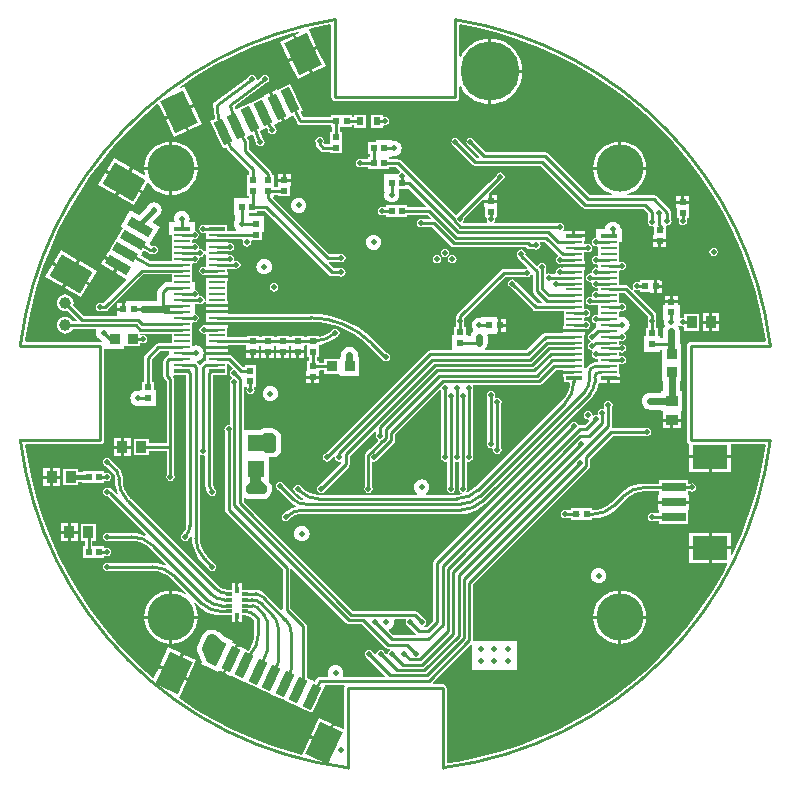
<source format=gbl>
%FSLAX44Y44*%
%MOMM*%
G71*
G01*
G75*
G04 Layer_Physical_Order=4*
G04 Layer_Color=16711680*
%ADD10C,0.6000*%
%ADD11C,0.8000*%
%ADD12C,0.2540*%
%ADD13R,0.5000X0.6000*%
%ADD14R,0.6000X0.5000*%
%ADD15R,1.0160X0.8890*%
%ADD16R,0.8890X1.0160*%
%ADD17R,1.3970X1.3970*%
G04:AMPARAMS|DCode=18|XSize=0.32mm|YSize=1.7mm|CornerRadius=0.08mm|HoleSize=0mm|Usage=FLASHONLY|Rotation=0.000|XOffset=0mm|YOffset=0mm|HoleType=Round|Shape=RoundedRectangle|*
%AMROUNDEDRECTD18*
21,1,0.3200,1.5400,0,0,0.0*
21,1,0.1600,1.7000,0,0,0.0*
1,1,0.1600,0.0800,-0.7700*
1,1,0.1600,-0.0800,-0.7700*
1,1,0.1600,-0.0800,0.7700*
1,1,0.1600,0.0800,0.7700*
%
%ADD18ROUNDEDRECTD18*%
%ADD19R,0.5000X1.7000*%
%ADD20R,2.1000X0.8000*%
%ADD21R,3.0000X2.1000*%
%ADD22R,1.6000X1.0000*%
%ADD23R,3.2800X2.4000*%
%ADD24O,0.3500X2.0000*%
%ADD25R,1.5200X0.7600*%
%ADD26R,0.8000X2.1000*%
%ADD27R,2.1000X3.0000*%
%ADD28R,2.0320X0.6096*%
%ADD29O,2.0320X0.6096*%
G04:AMPARAMS|DCode=30|XSize=2mm|YSize=2mm|CornerRadius=0mm|HoleSize=0mm|Usage=FLASHONLY|Rotation=0.000|XOffset=0mm|YOffset=0mm|HoleType=Round|Shape=RoundedRectangle|*
%AMROUNDEDRECTD30*
21,1,2.0000,2.0000,0,0,0.0*
21,1,2.0000,2.0000,0,0,0.0*
1,1,0.0000,1.0000,-1.0000*
1,1,0.0000,-1.0000,-1.0000*
1,1,0.0000,-1.0000,1.0000*
1,1,0.0000,1.0000,1.0000*
%
%ADD30ROUNDEDRECTD30*%
%ADD31R,1.8000X1.2000*%
%ADD32R,1.0668X0.8128*%
%ADD33R,0.4000X1.7000*%
G04:AMPARAMS|DCode=34|XSize=0.4mm|YSize=1.7mm|CornerRadius=0.1mm|HoleSize=0mm|Usage=FLASHONLY|Rotation=0.000|XOffset=0mm|YOffset=0mm|HoleType=Round|Shape=RoundedRectangle|*
%AMROUNDEDRECTD34*
21,1,0.4000,1.5000,0,0,0.0*
21,1,0.2000,1.7000,0,0,0.0*
1,1,0.2000,0.1000,-0.7500*
1,1,0.2000,-0.1000,-0.7500*
1,1,0.2000,-0.1000,0.7500*
1,1,0.2000,0.1000,0.7500*
%
%ADD34ROUNDEDRECTD34*%
%ADD35R,0.8128X1.0668*%
%ADD36R,1.3970X1.3970*%
%ADD37R,1.6000X1.2000*%
%ADD38R,1.2954X1.6002*%
%ADD39R,1.6002X1.2954*%
%ADD40R,0.8128X0.8128*%
%ADD41R,6.3000X2.1500*%
%ADD42C,1.0000*%
%ADD43C,0.4000*%
%ADD44C,0.3000*%
%ADD45C,0.5000*%
%ADD46C,5.0000*%
G04:AMPARAMS|DCode=47|XSize=4mm|YSize=4mm|CornerRadius=2mm|HoleSize=0mm|Usage=FLASHONLY|Rotation=0.000|XOffset=0mm|YOffset=0mm|HoleType=Round|Shape=RoundedRectangle|*
%AMROUNDEDRECTD47*
21,1,4.0000,0.0000,0,0,0.0*
21,1,0.0000,4.0000,0,0,0.0*
1,1,4.0000,0.0000,0.0000*
1,1,4.0000,0.0000,0.0000*
1,1,4.0000,0.0000,0.0000*
1,1,4.0000,0.0000,0.0000*
%
%ADD47ROUNDEDRECTD47*%
%ADD48C,1.0000*%
%ADD49C,0.5000*%
%ADD50R,0.3050X0.6000*%
%ADD51R,0.5500X0.3050*%
%ADD52R,0.5500X0.3048*%
G04:AMPARAMS|DCode=53|XSize=3mm|YSize=2.1mm|CornerRadius=0mm|HoleSize=0mm|Usage=FLASHONLY|Rotation=330.000|XOffset=0mm|YOffset=0mm|HoleType=Round|Shape=Rectangle|*
%AMROTATEDRECTD53*
4,1,4,-1.8240,-0.1593,-0.7740,1.6593,1.8240,0.1593,0.7740,-1.6593,-1.8240,-0.1593,0.0*
%
%ADD53ROTATEDRECTD53*%

G04:AMPARAMS|DCode=54|XSize=2.1mm|YSize=0.8mm|CornerRadius=0mm|HoleSize=0mm|Usage=FLASHONLY|Rotation=330.000|XOffset=0mm|YOffset=0mm|HoleType=Round|Shape=Rectangle|*
%AMROTATEDRECTD54*
4,1,4,-1.1093,0.1786,-0.7093,0.8714,1.1093,-0.1786,0.7093,-0.8714,-1.1093,0.1786,0.0*
%
%ADD54ROTATEDRECTD54*%

G04:AMPARAMS|DCode=55|XSize=2.1mm|YSize=0.8mm|CornerRadius=0mm|HoleSize=0mm|Usage=FLASHONLY|Rotation=65.000|XOffset=0mm|YOffset=0mm|HoleType=Round|Shape=Rectangle|*
%AMROTATEDRECTD55*
4,1,4,-0.0812,-1.1207,-0.8063,-0.7826,0.0812,1.1207,0.8063,0.7826,-0.0812,-1.1207,0.0*
%
%ADD55ROTATEDRECTD55*%

G04:AMPARAMS|DCode=56|XSize=3mm|YSize=2.1mm|CornerRadius=0mm|HoleSize=0mm|Usage=FLASHONLY|Rotation=65.000|XOffset=0mm|YOffset=0mm|HoleType=Round|Shape=Rectangle|*
%AMROTATEDRECTD56*
4,1,4,0.3177,-1.8032,-1.5856,-0.9157,-0.3177,1.8032,1.5856,0.9157,0.3177,-1.8032,0.0*
%
%ADD56ROTATEDRECTD56*%

%ADD57R,1.3500X0.3000*%
%ADD58R,1.3500X0.2500*%
%ADD59R,0.6000X0.7000*%
G04:AMPARAMS|DCode=60|XSize=2.1mm|YSize=0.8mm|CornerRadius=0mm|HoleSize=0mm|Usage=FLASHONLY|Rotation=295.000|XOffset=0mm|YOffset=0mm|HoleType=Round|Shape=Rectangle|*
%AMROTATEDRECTD60*
4,1,4,-0.8063,0.7826,-0.0812,1.1207,0.8063,-0.7826,0.0812,-1.1207,-0.8063,0.7826,0.0*
%
%ADD60ROTATEDRECTD60*%

G04:AMPARAMS|DCode=61|XSize=3mm|YSize=2.1mm|CornerRadius=0mm|HoleSize=0mm|Usage=FLASHONLY|Rotation=295.000|XOffset=0mm|YOffset=0mm|HoleType=Round|Shape=Rectangle|*
%AMROTATEDRECTD61*
4,1,4,-1.5856,0.9157,0.3177,1.8032,1.5856,-0.9157,-0.3177,-1.8032,-1.5856,0.9157,0.0*
%
%ADD61ROTATEDRECTD61*%

%ADD62R,0.8128X0.8128*%
G36*
X-113628Y-74195D02*
X-108889Y-78934D01*
Y-83335D01*
X-111469Y-85916D01*
X-123976D01*
X-126190Y-83702D01*
Y-78858D01*
X-122641Y-75310D01*
Y-67427D01*
X-113628Y-66449D01*
Y-74195D01*
D02*
G37*
G36*
X-41368Y-195083D02*
X-41368D01*
X-41368Y-195084D01*
X-41368Y-195084D01*
Y-195084D01*
X-40287Y-195806D01*
X-39011Y-196060D01*
X-28365D01*
X-8708Y-215718D01*
X-7626Y-216440D01*
X-6350Y-216694D01*
X-4573D01*
X-4204Y-217909D01*
X-5023Y-218457D01*
X-5797Y-219614D01*
X-6069Y-220980D01*
X-7500Y-221265D01*
X-9309Y-219456D01*
X-9977Y-218457D01*
X-11134Y-217683D01*
X-12500Y-217411D01*
X-13866Y-217683D01*
X-15023Y-218457D01*
X-15797Y-219614D01*
X-16069Y-220980D01*
X-17500Y-221265D01*
X-19309Y-219456D01*
X-19977Y-218457D01*
X-21134Y-217683D01*
X-22500Y-217411D01*
X-23866Y-217683D01*
X-25023Y-218457D01*
X-25797Y-219614D01*
X-26069Y-220980D01*
X-25797Y-222346D01*
X-25023Y-223503D01*
X-24024Y-224171D01*
X-8792Y-239403D01*
X-9279Y-240576D01*
X-43871D01*
X-44576Y-239520D01*
X-44296Y-238844D01*
X-44073Y-237148D01*
X-44296Y-235451D01*
X-44951Y-233869D01*
X-45993Y-232512D01*
X-47351Y-231470D01*
X-48932Y-230815D01*
X-50629Y-230591D01*
X-52326Y-230815D01*
X-53907Y-231470D01*
X-55265Y-232512D01*
X-56307Y-233869D01*
X-56962Y-235451D01*
X-57185Y-237148D01*
X-56962Y-238844D01*
X-56682Y-239520D01*
X-57387Y-240576D01*
X-64025D01*
X-64565Y-240683D01*
X-65110Y-240757D01*
X-65200Y-240809D01*
X-65301Y-240830D01*
X-65759Y-241136D01*
X-66234Y-241413D01*
X-66297Y-241495D01*
X-66383Y-241553D01*
X-66689Y-242010D01*
X-67022Y-242448D01*
X-68160Y-244780D01*
X-70776Y-243561D01*
D01*
X-71410Y-243265D01*
Y-243265D01*
X-71410Y-243265D01*
X-74681Y-241740D01*
Y-197850D01*
X-74935Y-196574D01*
X-75657Y-195492D01*
X-88786Y-182363D01*
Y-149325D01*
X-87613Y-148839D01*
X-41368Y-195083D01*
D02*
G37*
G36*
X70479Y308787D02*
X87681Y304349D01*
X104608Y298954D01*
X121206Y292618D01*
X137423Y285362D01*
X153207Y277207D01*
X168509Y268181D01*
X183281Y258311D01*
X197476Y247628D01*
X211050Y236165D01*
X223960Y223960D01*
X236165Y211050D01*
X247628Y197476D01*
X258311Y183281D01*
X268181Y168509D01*
X277207Y153207D01*
X285362Y137423D01*
X292618Y121206D01*
X298954Y104608D01*
X304349Y87681D01*
X308787Y70479D01*
X312253Y53054D01*
X313489Y44293D01*
X312656Y43334D01*
X250000D01*
X248724Y43080D01*
X247642Y42358D01*
X246920Y41276D01*
X246666Y40000D01*
Y-40000D01*
X246920Y-41276D01*
X247642Y-42358D01*
X248724Y-43080D01*
X249039Y-43143D01*
Y-52740D01*
X284119D01*
Y-43334D01*
X312656D01*
X313489Y-44293D01*
X312253Y-53054D01*
X308787Y-70479D01*
X304349Y-87681D01*
X298954Y-104608D01*
X292618Y-121206D01*
X285362Y-137423D01*
X284753Y-137294D01*
X284119Y-137140D01*
Y-132680D01*
X267849D01*
Y-144450D01*
X280511D01*
X281171Y-145535D01*
X277207Y-153207D01*
X268181Y-168509D01*
X258311Y-183281D01*
X247628Y-197476D01*
X236165Y-211050D01*
X223960Y-223960D01*
X211050Y-236165D01*
X197476Y-247628D01*
X183281Y-258311D01*
X168509Y-268181D01*
X153207Y-277207D01*
X137423Y-285362D01*
X121206Y-292618D01*
X104608Y-298954D01*
X87681Y-304349D01*
X70479Y-308787D01*
X53054Y-312253D01*
X44293Y-313489D01*
X43334Y-312656D01*
Y-250000D01*
X43080Y-248724D01*
X42358Y-247642D01*
X41276Y-246920D01*
X40000Y-246666D01*
X32001D01*
X31514Y-245493D01*
X63885Y-213122D01*
X65058Y-213608D01*
Y-234319D01*
X102870D01*
Y-210372D01*
X66675D01*
X66035Y-209592D01*
Y-162201D01*
X163997Y-64237D01*
X164720Y-63156D01*
X164974Y-61880D01*
Y-55800D01*
X184110Y-36665D01*
X211635D01*
X212814Y-36899D01*
X214179Y-36628D01*
X215337Y-35854D01*
X216111Y-34696D01*
X216383Y-33331D01*
X216111Y-31965D01*
X215337Y-30807D01*
X214179Y-30034D01*
X212814Y-29762D01*
X211635Y-29997D01*
X184266D01*
X183460Y-29015D01*
X183674Y-27940D01*
Y-11317D01*
X183909Y-10138D01*
X183637Y-8772D01*
X182863Y-7614D01*
X181706Y-6841D01*
X180340Y-6569D01*
X178974Y-6841D01*
X177817Y-7614D01*
X177043Y-8772D01*
X176771Y-10138D01*
X177006Y-11317D01*
Y-12686D01*
X176024Y-13492D01*
X175260Y-13340D01*
X173894Y-13612D01*
X172737Y-14385D01*
X171963Y-15543D01*
X171691Y-16908D01*
X171918Y-18046D01*
X171449Y-18515D01*
X170944Y-18929D01*
X169928Y-18727D01*
X168562Y-18999D01*
X168085Y-19318D01*
X167127Y-19127D01*
X166721Y-18959D01*
X166467Y-17684D01*
X165694Y-16527D01*
X164536Y-15753D01*
X163171Y-15481D01*
X161805Y-15753D01*
X160647Y-16527D01*
X159874Y-17684D01*
X159602Y-19050D01*
X159874Y-20416D01*
X160647Y-21573D01*
X161805Y-22347D01*
X163171Y-22619D01*
X163770Y-23738D01*
X160363Y-27146D01*
X156356D01*
X155080Y-27400D01*
X154777Y-26669D01*
Y-26669D01*
X154777Y-26669D01*
X154003Y-25511D01*
X152846Y-24738D01*
X151480Y-24466D01*
X150114Y-24738D01*
X148957Y-25511D01*
X148289Y-26511D01*
X33103Y-141697D01*
X32380Y-142778D01*
X32127Y-144054D01*
Y-193050D01*
X26581Y-198596D01*
X24573D01*
X24204Y-197381D01*
X25023Y-196833D01*
X25797Y-195676D01*
X26069Y-194310D01*
X25797Y-192944D01*
X25023Y-191787D01*
X24024Y-191119D01*
X18734Y-185828D01*
X17652Y-185106D01*
X16376Y-184852D01*
X-35749D01*
X-128226Y-92375D01*
Y-89093D01*
X-127053Y-88607D01*
X-126860Y-88800D01*
X-125537Y-89684D01*
X-125278Y-89735D01*
X-123976Y-89994D01*
X-123976Y-89994D01*
X-111469D01*
X-111469Y-89994D01*
X-110167Y-89735D01*
X-109908Y-89684D01*
X-108585Y-88800D01*
X-106005Y-86219D01*
X-105121Y-84896D01*
X-105069Y-84637D01*
X-104810Y-83335D01*
X-104810Y-83335D01*
Y-78934D01*
X-104810Y-78934D01*
X-105069Y-77632D01*
X-105121Y-77373D01*
X-106005Y-76050D01*
X-106005Y-76050D01*
X-106801Y-75254D01*
X-106745Y-75120D01*
X-106745D01*
X-106745Y-75120D01*
Y-54695D01*
X-102908D01*
X-101348Y-54385D01*
X-100025Y-53500D01*
X-98066Y-51542D01*
X-97182Y-50219D01*
X-97131Y-49960D01*
X-96872Y-48658D01*
X-96872Y-48658D01*
Y-37020D01*
X-96872Y-37020D01*
X-97131Y-35718D01*
X-97182Y-35459D01*
X-98066Y-34136D01*
X-98066Y-34136D01*
X-100796Y-31406D01*
X-102119Y-30522D01*
X-102378Y-30471D01*
X-103680Y-30212D01*
X-103680Y-30212D01*
X-111468D01*
X-111468Y-30212D01*
X-112770Y-30471D01*
X-113029Y-30522D01*
X-114352Y-31406D01*
X-114352Y-31406D01*
X-114506Y-31560D01*
X-128226D01*
Y5278D01*
X-127641D01*
Y5278D01*
X-125976D01*
Y3502D01*
X-126210Y2323D01*
X-125938Y957D01*
X-125165Y-201D01*
X-124007Y-974D01*
X-122641Y-1246D01*
X-121276Y-974D01*
X-120118Y-201D01*
X-119345Y957D01*
X-119073Y2323D01*
X-119307Y3502D01*
Y5278D01*
X-117641D01*
Y14278D01*
Y23278D01*
X-127641D01*
Y22112D01*
X-129597D01*
X-138343Y30858D01*
X-139424Y31580D01*
X-140700Y31834D01*
X-141960D01*
Y32230D01*
X-160540D01*
Y29710D01*
X-160000D01*
Y26834D01*
X-160555D01*
X-161831Y26580D01*
X-162264Y26291D01*
X-162913Y25858D01*
X-164823Y23948D01*
X-165053Y23603D01*
X-166322Y23603D01*
X-166552Y23948D01*
X-168463Y25858D01*
X-168471Y25863D01*
X-168183Y27100D01*
X-167213Y27228D01*
X-165632Y27882D01*
X-164274Y28924D01*
X-163232Y30282D01*
X-162577Y31863D01*
X-162354Y33560D01*
X-162577Y35257D01*
X-163232Y36838D01*
X-164274Y38196D01*
X-165632Y39238D01*
X-167213Y39893D01*
X-168910Y40116D01*
X-170607Y39893D01*
X-170944Y39753D01*
X-172000Y40459D01*
Y45250D01*
Y50250D01*
Y55250D01*
Y59322D01*
X-171018Y60128D01*
X-170030Y59931D01*
X-168664Y60203D01*
X-167507Y60977D01*
X-166733Y62134D01*
X-166461Y63500D01*
X-166733Y64866D01*
X-167507Y66023D01*
X-168664Y66797D01*
X-170000Y67063D01*
Y68250D01*
Y75166D01*
X-166279D01*
X-165100Y74931D01*
X-163734Y75203D01*
X-162577Y75977D01*
X-161803Y77134D01*
X-160540Y76883D01*
Y74770D01*
X-141960D01*
Y77290D01*
X-142500D01*
Y80250D01*
Y85250D01*
Y90250D01*
Y94710D01*
X-141960D01*
Y97230D01*
X-160540D01*
Y94710D01*
X-160000D01*
Y90250D01*
Y85250D01*
Y80250D01*
Y78184D01*
X-160905Y77441D01*
X-161550Y78407D01*
X-161531Y78500D01*
X-161803Y79866D01*
X-162577Y81023D01*
X-163734Y81797D01*
X-165100Y82069D01*
X-165693Y81951D01*
X-166591Y82849D01*
X-166461Y83500D01*
X-166733Y84866D01*
X-167507Y86023D01*
X-168664Y86797D01*
X-170000Y87063D01*
Y93750D01*
X-172000D01*
Y95250D01*
Y100250D01*
Y105250D01*
Y109322D01*
X-171018Y110128D01*
X-170030Y109931D01*
X-168664Y110203D01*
X-167507Y110977D01*
X-166733Y112134D01*
X-166461Y113500D01*
X-166591Y114151D01*
X-165693Y115049D01*
X-165100Y114931D01*
X-163734Y115203D01*
X-162577Y115977D01*
X-161803Y117134D01*
X-160540Y116883D01*
Y114710D01*
X-160000D01*
Y110250D01*
Y106834D01*
X-161286D01*
X-162465Y107069D01*
X-163831Y106797D01*
X-164988Y106023D01*
X-165762Y104866D01*
X-166034Y103500D01*
X-165762Y102134D01*
X-164988Y100977D01*
X-163831Y100203D01*
X-162465Y99931D01*
X-161522Y100119D01*
X-161096Y99770D01*
X-141960D01*
Y102290D01*
X-142500D01*
Y105166D01*
X-135799D01*
X-134620Y104931D01*
X-133254Y105203D01*
X-132097Y105977D01*
X-131323Y107134D01*
X-131051Y108500D01*
X-131323Y109866D01*
X-132097Y111023D01*
X-133254Y111797D01*
X-134620Y112069D01*
X-135799Y111834D01*
X-135932D01*
X-136737Y112816D01*
X-136601Y113500D01*
X-136873Y114866D01*
X-137647Y116023D01*
X-138804Y116797D01*
X-140170Y117069D01*
X-140978Y116908D01*
X-141371Y117230D01*
X-151250D01*
Y119770D01*
X-141371D01*
X-140978Y120092D01*
X-140170Y119931D01*
X-138804Y120203D01*
X-137647Y120977D01*
X-136873Y122134D01*
X-136601Y123500D01*
X-136873Y124866D01*
X-137647Y126023D01*
X-138804Y126797D01*
X-140170Y127069D01*
X-140978Y126908D01*
X-141371Y127230D01*
X-160540D01*
Y124710D01*
X-160000D01*
Y122290D01*
X-160540D01*
Y120117D01*
X-161803Y119866D01*
X-162577Y121023D01*
X-163734Y121797D01*
X-165100Y122069D01*
X-165693Y121951D01*
X-166591Y122849D01*
X-166461Y123500D01*
X-166733Y124866D01*
X-167507Y126023D01*
X-168664Y126797D01*
X-170030Y127069D01*
X-171018Y126872D01*
X-172000Y127678D01*
Y129322D01*
X-171018Y130128D01*
X-170030Y129931D01*
X-168664Y130203D01*
X-167507Y130977D01*
X-166733Y132134D01*
X-166461Y133500D01*
X-166733Y134866D01*
X-167507Y136023D01*
X-168664Y136797D01*
X-170000Y137063D01*
Y144250D01*
X-173843D01*
X-174549Y145306D01*
X-174417Y145623D01*
X-174194Y147320D01*
X-174417Y149017D01*
X-175072Y150598D01*
X-176114Y151956D01*
X-177472Y152998D01*
X-179053Y153653D01*
X-180750Y153876D01*
X-182447Y153653D01*
X-184028Y152998D01*
X-185386Y151956D01*
X-186428Y150598D01*
X-187083Y149017D01*
X-187306Y147320D01*
X-187083Y145623D01*
X-186951Y145306D01*
X-187657Y144250D01*
X-191500D01*
Y133250D01*
X-189500D01*
Y130250D01*
Y125250D01*
Y120250D01*
Y115250D01*
Y111834D01*
X-207470D01*
X-214855Y115646D01*
X-215213Y116865D01*
X-214636Y117863D01*
X-214636D01*
D01*
X-214636Y117864D01*
D01*
D01*
D01*
Y117864D01*
D01*
X-214386Y118296D01*
X-214187Y118641D01*
X-214187D01*
X-214187Y118641D01*
X-213526Y119786D01*
X-212299Y120113D01*
X-208973Y118176D01*
X-208973D01*
X-208973Y118176D01*
X-208760Y118052D01*
X-208603Y117998D01*
X-208571Y117977D01*
X-208501Y117963D01*
X-207530Y117629D01*
X-206231Y117710D01*
X-206203Y117723D01*
X-205649D01*
X-204470Y117489D01*
X-203104Y117760D01*
X-201947Y118534D01*
X-201173Y119691D01*
X-200901Y121057D01*
X-201173Y122423D01*
X-201947Y123581D01*
X-203104Y124354D01*
X-204470Y124626D01*
X-205649Y124391D01*
X-206395D01*
X-208014Y125334D01*
X-207404Y126390D01*
X-207404Y126390D01*
X-199404Y140246D01*
X-205420Y143720D01*
X-205586Y144979D01*
X-201711Y148853D01*
X-201192Y149068D01*
X-199834Y150110D01*
X-198792Y151468D01*
X-198137Y153049D01*
X-197914Y154746D01*
X-198137Y156443D01*
X-198792Y158024D01*
X-199834Y159382D01*
X-201192Y160424D01*
X-202773Y161079D01*
X-204470Y161302D01*
X-206167Y161079D01*
X-207748Y160424D01*
X-209106Y159382D01*
X-210148Y158024D01*
X-210363Y157505D01*
X-217293Y150574D01*
X-224519Y154746D01*
X-232519Y140890D01*
X-230787Y139890D01*
X-236037Y130797D01*
X-236037Y130796D01*
X-236037D01*
X-236287Y130364D01*
X-236486Y130019D01*
X-236486D01*
X-236486Y130019D01*
X-241997Y120473D01*
X-242735Y120276D01*
X-242735D01*
X-245370Y115712D01*
X-234077Y109192D01*
X-234712Y108092D01*
X-233612Y107457D01*
X-236882Y101793D01*
X-227800Y96550D01*
X-227634Y95291D01*
X-247201Y75724D01*
X-249107D01*
X-250286Y75959D01*
X-251651Y75687D01*
X-252809Y74913D01*
X-253583Y73756D01*
X-253854Y72390D01*
X-253583Y71024D01*
X-252809Y69867D01*
X-251651Y69093D01*
X-250286Y68821D01*
X-249107Y69056D01*
X-245820D01*
X-244544Y69310D01*
X-243463Y70033D01*
X-243463Y70032D01*
X-243463Y70033D01*
X-213329Y100166D01*
X-189500D01*
Y95250D01*
Y93873D01*
X-193040D01*
X-195096Y93464D01*
X-196840Y92299D01*
X-200126Y89013D01*
X-201291Y87270D01*
X-201700Y85213D01*
Y77736D01*
X-214001D01*
X-214982Y77607D01*
X-215060Y77676D01*
Y77676D01*
X-228060D01*
Y76216D01*
X-229290D01*
Y70676D01*
X-230560D01*
Y69406D01*
X-235600D01*
Y65136D01*
D01*
Y65136D01*
X-235712Y65024D01*
X-263509D01*
X-272661Y74177D01*
X-272580Y74373D01*
X-272340Y76200D01*
X-272580Y78027D01*
X-273286Y79730D01*
X-274408Y81192D01*
X-275870Y82315D01*
X-277573Y83020D01*
X-279400Y83260D01*
X-281227Y83020D01*
X-282930Y82315D01*
X-284393Y81192D01*
X-285515Y79730D01*
X-286220Y78027D01*
X-286460Y76200D01*
X-286220Y74373D01*
X-285515Y72670D01*
X-284393Y71208D01*
X-282930Y70086D01*
X-281227Y69380D01*
X-279400Y69140D01*
X-277573Y69380D01*
X-277376Y69461D01*
X-269573Y61657D01*
X-270058Y60484D01*
X-273204D01*
X-273286Y60680D01*
X-274408Y62142D01*
X-275870Y63264D01*
X-277573Y63970D01*
X-279400Y64210D01*
X-281227Y63970D01*
X-282930Y63264D01*
X-284393Y62142D01*
X-285515Y60680D01*
X-286220Y58977D01*
X-286460Y57150D01*
X-286220Y55323D01*
X-285515Y53620D01*
X-284393Y52158D01*
X-282930Y51035D01*
X-281227Y50330D01*
X-279400Y50090D01*
X-277573Y50330D01*
X-275870Y51035D01*
X-274408Y52158D01*
X-273286Y53620D01*
X-273204Y53816D01*
X-253727D01*
X-253022Y52760D01*
X-253131Y52497D01*
X-253354Y50800D01*
X-253131Y49103D01*
X-252476Y47522D01*
X-251434Y46164D01*
X-250076Y45122D01*
X-248953Y44657D01*
X-248600Y43670D01*
X-248661Y43208D01*
X-248646Y43235D01*
X-248729Y43081D01*
X-250000Y43334D01*
X-312656D01*
X-313489Y44293D01*
X-312253Y53054D01*
X-308787Y70479D01*
X-304349Y87681D01*
X-298954Y104608D01*
X-292618Y121206D01*
X-285362Y137423D01*
X-277207Y153207D01*
X-268181Y168509D01*
X-258311Y183281D01*
X-247628Y197476D01*
X-236165Y211050D01*
X-223960Y223960D01*
X-211050Y236165D01*
X-201397Y244317D01*
X-200157Y244044D01*
X-195297Y233622D01*
X-183479Y239133D01*
X-171660Y244644D01*
X-178536Y259389D01*
X-181354Y258076D01*
X-181977Y259182D01*
X-168509Y268181D01*
X-153207Y277207D01*
X-137423Y285362D01*
X-121206Y292618D01*
X-104608Y298954D01*
X-87681Y304349D01*
X-81932Y305832D01*
X-81503Y304637D01*
X-84615Y303185D01*
X-77740Y288440D01*
X-67072Y293414D01*
X-73417Y307020D01*
X-72875Y308168D01*
X-70479Y308787D01*
X-55116Y311842D01*
X-54134Y311037D01*
Y250000D01*
X-54134Y250000D01*
X-54134D01*
X-53880Y248724D01*
X-53158Y247642D01*
X-52076Y246920D01*
X-50800Y246666D01*
X50800D01*
X52076Y246920D01*
X53158Y247642D01*
X53880Y248724D01*
X54134Y250000D01*
Y259282D01*
X55380Y259530D01*
X55396Y259491D01*
X57661Y255795D01*
X60476Y252498D01*
X63772Y249683D01*
X67468Y247418D01*
X71473Y245759D01*
X75689Y244747D01*
X78740Y244507D01*
Y272032D01*
Y299557D01*
X75689Y299317D01*
X71473Y298305D01*
X67468Y296646D01*
X63772Y294381D01*
X60476Y291566D01*
X57661Y288270D01*
X55396Y284574D01*
X55380Y284535D01*
X54134Y284783D01*
Y311037D01*
X55116Y311842D01*
X70479Y308787D01*
D02*
G37*
G36*
X9406Y-192640D02*
X9203Y-192944D01*
X8931Y-194310D01*
X9203Y-195676D01*
X9977Y-196833D01*
X10976Y-197501D01*
X17763Y-204287D01*
Y-204287D01*
D01*
X17762Y-204287D01*
X17763Y-204288D01*
X16954Y-205498D01*
X11821D01*
X11760Y-205486D01*
X-1609D01*
X-5454Y-201641D01*
X-5206Y-200395D01*
X-4222Y-199988D01*
X-2864Y-198946D01*
X-1822Y-197588D01*
X-1167Y-196007D01*
X-944Y-194310D01*
X-1167Y-192613D01*
X-1183Y-192576D01*
X-477Y-191520D01*
X8808D01*
X9406Y-192640D01*
D02*
G37*
G36*
X-189500Y45250D02*
Y41834D01*
X-200534D01*
X-201810Y41580D01*
X-202892Y40858D01*
X-211908Y31842D01*
X-212630Y30760D01*
X-212884Y29484D01*
Y9000D01*
X-214550D01*
Y2000D01*
X-216550D01*
Y2000D01*
X-216665Y1899D01*
X-217860Y2056D01*
X-219557Y1833D01*
X-221138Y1178D01*
X-222496Y136D01*
X-223538Y-1222D01*
X-224193Y-2803D01*
X-224416Y-4500D01*
X-224193Y-6197D01*
X-223538Y-7778D01*
X-222496Y-9136D01*
X-221138Y-10178D01*
X-219557Y-10833D01*
X-217860Y-11056D01*
X-216665Y-10899D01*
X-216550Y-11000D01*
Y-11000D01*
X-202550D01*
Y2000D01*
X-204550D01*
Y9000D01*
X-206216D01*
Y28103D01*
X-199153Y35166D01*
X-191500D01*
Y31776D01*
X-192486Y31580D01*
X-193568Y30858D01*
X-195397Y29028D01*
X-196120Y27946D01*
X-196374Y26670D01*
Y14010D01*
X-196120Y12734D01*
X-195397Y11652D01*
X-195398Y11652D01*
X-195397Y11652D01*
X-193694Y9949D01*
Y-42640D01*
X-208654D01*
Y-38894D01*
X-221544D01*
Y-53054D01*
X-208654D01*
Y-49308D01*
X-193694D01*
Y-69871D01*
X-193929Y-71050D01*
X-193657Y-72416D01*
X-192883Y-73573D01*
X-191726Y-74347D01*
X-190360Y-74619D01*
X-188994Y-74347D01*
X-187837Y-73573D01*
X-187063Y-72416D01*
X-186791Y-71050D01*
X-187026Y-69871D01*
Y-45720D01*
Y11330D01*
X-187026Y11330D01*
X-187026Y11330D01*
Y11330D01*
X-187026D01*
X-187026Y11330D01*
X-187280Y12606D01*
X-187964Y13630D01*
X-187365Y14750D01*
X-177324D01*
Y-112483D01*
X-177311Y-112549D01*
X-177640Y-115054D01*
X-178633Y-117450D01*
X-179735Y-118887D01*
X-180393Y-119327D01*
X-181167Y-120484D01*
X-181439Y-121850D01*
X-181167Y-123216D01*
X-180393Y-124373D01*
X-179236Y-125147D01*
X-177870Y-125419D01*
X-176504Y-125147D01*
X-175347Y-124373D01*
X-174573Y-123216D01*
X-174540Y-123047D01*
X-173440Y-121707D01*
X-172244Y-122135D01*
Y-122882D01*
X-172269D01*
X-171915Y-127381D01*
X-170861Y-131769D01*
X-169134Y-135939D01*
X-166776Y-139786D01*
X-163845Y-143218D01*
X-163828Y-143200D01*
X-158271Y-148757D01*
X-157603Y-149757D01*
X-156446Y-150530D01*
X-155080Y-150802D01*
X-153714Y-150530D01*
X-152557Y-149757D01*
X-151783Y-148599D01*
X-151511Y-147233D01*
X-151783Y-145868D01*
X-152557Y-144710D01*
X-153556Y-144042D01*
X-159113Y-138485D01*
X-159237Y-138402D01*
X-161893Y-135166D01*
X-163937Y-131343D01*
X-165195Y-127196D01*
X-165605Y-123029D01*
X-165576Y-122882D01*
Y-52977D01*
X-164456Y-52379D01*
X-163831Y-52796D01*
X-162465Y-53068D01*
X-161796Y-52935D01*
X-160814Y-53741D01*
Y-78096D01*
X-160849D01*
X-160455Y-81089D01*
X-159300Y-83877D01*
X-158424Y-85019D01*
X-158377Y-85256D01*
X-157603Y-86413D01*
X-156446Y-87187D01*
X-155080Y-87459D01*
X-153714Y-87187D01*
X-152557Y-86413D01*
X-151783Y-85256D01*
X-151511Y-83890D01*
X-151783Y-82524D01*
X-152557Y-81367D01*
X-153123Y-80989D01*
X-153805Y-79968D01*
X-154162Y-78174D01*
X-154146Y-78096D01*
Y14750D01*
X-142500D01*
Y20250D01*
Y23926D01*
X-141327Y24412D01*
X-137820Y20905D01*
X-137944Y19641D01*
X-138853Y19033D01*
X-139627Y17876D01*
X-139899Y16510D01*
X-139627Y15144D01*
X-138853Y13987D01*
X-137878Y13335D01*
Y12692D01*
X-137944Y12021D01*
X-138853Y11413D01*
X-139627Y10256D01*
X-139899Y8890D01*
X-139664Y7711D01*
Y25D01*
X-139639Y-101D01*
Y-26647D01*
X-140621Y-27453D01*
X-141075Y-27362D01*
X-142441Y-27634D01*
X-143598Y-28408D01*
X-144372Y-29565D01*
X-144643Y-30931D01*
X-144409Y-32110D01*
Y-99250D01*
X-144155Y-100526D01*
X-143432Y-101607D01*
X-143432Y-101607D01*
X-143432Y-101607D01*
X-95454Y-149585D01*
Y-183232D01*
X-96628Y-183718D01*
X-109983Y-170362D01*
X-109983Y-170362D01*
X-109955Y-170335D01*
X-109959Y-170332D01*
X-109959D01*
X-110021Y-170285D01*
Y-170285D01*
X-110021Y-170285D01*
X-112444Y-168426D01*
X-115341Y-167226D01*
X-117607Y-166927D01*
X-117654Y-166918D01*
X-117874Y-166874D01*
X-117928Y-166885D01*
X-118451Y-166816D01*
Y-166855D01*
X-127280D01*
X-127420Y-166883D01*
X-130015D01*
Y-161149D01*
X-132810D01*
Y-166689D01*
X-135350D01*
Y-161149D01*
X-138145D01*
Y-166883D01*
X-140739D01*
X-140880Y-166855D01*
X-141336D01*
X-141477Y-166883D01*
X-141477D01*
X-144648Y-166465D01*
X-147735Y-165187D01*
X-150273Y-163240D01*
X-150352Y-163120D01*
X-224280Y-89193D01*
X-224404Y-89110D01*
X-227060Y-85873D01*
X-229103Y-82051D01*
X-229333Y-81295D01*
X-230361Y-77903D01*
X-230772Y-73737D01*
X-230742Y-73590D01*
Y-71120D01*
X-230722D01*
X-231060Y-68548D01*
X-232053Y-66151D01*
X-233632Y-64093D01*
X-233647Y-64108D01*
X-240789Y-56966D01*
X-241457Y-55967D01*
X-242614Y-55193D01*
X-243980Y-54921D01*
X-245346Y-55193D01*
X-246503Y-55967D01*
X-247277Y-57124D01*
X-247549Y-58490D01*
X-247277Y-59856D01*
X-246503Y-61013D01*
X-245504Y-61681D01*
X-238362Y-68823D01*
X-238363Y-68823D01*
X-237658Y-69877D01*
X-237411Y-71120D01*
X-237411D01*
Y-73590D01*
X-237435D01*
X-237081Y-78089D01*
X-236028Y-82477D01*
X-235603Y-83502D01*
X-235579Y-83625D01*
X-235555Y-83743D01*
X-235419Y-83947D01*
X-234868Y-85276D01*
X-235924Y-85982D01*
X-239490Y-82416D01*
X-239490Y-82416D01*
X-239449Y-82374D01*
X-241528Y-80985D01*
X-242241Y-80843D01*
X-242614Y-80593D01*
X-243980Y-80321D01*
X-245346Y-80593D01*
X-246503Y-81367D01*
X-247277Y-82524D01*
X-247549Y-83890D01*
X-247277Y-85256D01*
X-246503Y-86413D01*
X-245346Y-87187D01*
X-243980Y-87459D01*
X-243895Y-87442D01*
X-211448Y-119888D01*
X-212154Y-120944D01*
X-214339Y-120039D01*
X-218727Y-118985D01*
X-223226Y-118631D01*
Y-118656D01*
X-242801D01*
X-243980Y-118421D01*
X-245346Y-118693D01*
X-246503Y-119467D01*
X-247277Y-120624D01*
X-247549Y-121990D01*
X-247277Y-123356D01*
X-246503Y-124513D01*
X-245346Y-125287D01*
X-243980Y-125559D01*
X-242801Y-125324D01*
X-223226D01*
X-223079Y-125295D01*
X-218912Y-125705D01*
X-214765Y-126964D01*
X-210942Y-129007D01*
X-207705Y-131663D01*
X-207623Y-131787D01*
X-194286Y-145123D01*
X-194992Y-146179D01*
X-196779Y-145439D01*
X-201167Y-144385D01*
X-205666Y-144031D01*
Y-144056D01*
X-242801D01*
X-243980Y-143821D01*
X-245346Y-144093D01*
X-246503Y-144867D01*
X-247277Y-146024D01*
X-247549Y-147390D01*
X-247277Y-148756D01*
X-246503Y-149913D01*
X-245346Y-150687D01*
X-243980Y-150959D01*
X-242801Y-150724D01*
X-205666D01*
X-205520Y-150695D01*
X-201353Y-151105D01*
X-197205Y-152364D01*
X-193383Y-154407D01*
X-190146Y-157063D01*
X-190063Y-157187D01*
X-177610Y-169641D01*
X-178366Y-170661D01*
X-181333Y-169075D01*
X-185581Y-167786D01*
X-188730Y-167476D01*
Y-188730D01*
X-167476D01*
X-167786Y-185581D01*
X-169075Y-181333D01*
X-170661Y-178366D01*
X-169641Y-177610D01*
X-167143Y-180107D01*
X-167143Y-180107D01*
X-167160Y-180124D01*
X-163729Y-183055D01*
X-159881Y-185413D01*
X-155712Y-187140D01*
X-151324Y-188194D01*
X-147536Y-188492D01*
Y-188523D01*
X-147137D01*
X-146825Y-188548D01*
Y-188523D01*
X-138145D01*
Y-194229D01*
X-135350D01*
Y-188689D01*
X-132810D01*
Y-194229D01*
X-130015D01*
Y-188523D01*
X-127170D01*
X-124936Y-188817D01*
X-122753Y-189722D01*
X-120913Y-191133D01*
X-120888Y-191171D01*
X-119376Y-192683D01*
Y-204595D01*
X-119347Y-204741D01*
X-119757Y-208908D01*
X-121015Y-213056D01*
X-123059Y-216878D01*
X-124425Y-218544D01*
X-127476Y-217121D01*
Y-217121D01*
X-127476Y-217121D01*
X-128145Y-216809D01*
X-128062Y-216252D01*
X-128731Y-215940D01*
Y-215940D01*
X-128731Y-215940D01*
X-132838Y-214025D01*
X-138349Y-225843D01*
X-143860Y-237661D01*
X-139753Y-239577D01*
Y-239577D01*
X-139752D01*
X-139084Y-239888D01*
D01*
X-139084D01*
X-139084D01*
X-138710Y-239467D01*
D01*
X-127835Y-244538D01*
D01*
X-127200Y-244834D01*
Y-244834D01*
X-127200Y-244834D01*
X-116325Y-249905D01*
D01*
X-115871Y-250117D01*
Y-250117D01*
X-115871Y-250117D01*
X-104996Y-255188D01*
D01*
X-104361Y-255484D01*
Y-255484D01*
X-104361Y-255484D01*
X-93486Y-260555D01*
D01*
X-92851Y-260851D01*
Y-260851D01*
X-92851Y-260851D01*
X-81975Y-265923D01*
D01*
X-81341Y-266218D01*
Y-266218D01*
X-81341Y-266218D01*
X-70465Y-271290D01*
X-59900Y-248632D01*
X-60218Y-248484D01*
X-59943Y-247244D01*
X-43438D01*
X-42840Y-248364D01*
X-43080Y-248724D01*
X-43334Y-250000D01*
Y-283819D01*
X-44405Y-284501D01*
X-51549Y-281170D01*
X-58961Y-297067D01*
X-60112Y-296530D01*
X-60649Y-297681D01*
X-72467Y-292170D01*
X-79170Y-306544D01*
X-87681Y-304349D01*
X-104608Y-298954D01*
X-121206Y-292618D01*
X-137423Y-285362D01*
X-153207Y-277207D01*
X-168509Y-268181D01*
X-183263Y-258323D01*
X-176439Y-243687D01*
X-188257Y-238176D01*
X-200075Y-232666D01*
X-203905Y-240879D01*
X-205146Y-241152D01*
X-211050Y-236165D01*
X-223960Y-223960D01*
X-236165Y-211050D01*
X-247628Y-197476D01*
X-258311Y-183281D01*
X-268181Y-168509D01*
X-277207Y-153207D01*
X-285362Y-137423D01*
X-292618Y-121206D01*
X-298954Y-104608D01*
X-304349Y-87681D01*
X-308787Y-70479D01*
X-312253Y-53054D01*
X-313489Y-44293D01*
X-312656Y-43334D01*
X-250000D01*
X-248724Y-43080D01*
X-247642Y-42358D01*
X-246920Y-41276D01*
X-246666Y-40000D01*
Y37236D01*
X-245554D01*
Y37236D01*
X-229426D01*
Y39236D01*
X-228314D01*
Y39236D01*
X-216186D01*
Y41966D01*
X-214649D01*
X-213470Y41732D01*
X-212104Y42003D01*
X-210947Y42777D01*
X-210173Y43934D01*
X-209901Y45300D01*
X-210173Y46666D01*
X-210947Y47823D01*
X-212104Y48597D01*
X-213470Y48869D01*
X-214649Y48634D01*
X-216186D01*
Y50062D01*
X-216060Y50166D01*
X-189500D01*
Y45250D01*
D02*
G37*
G36*
X-100950Y-37020D02*
Y-48658D01*
X-102908Y-50617D01*
X-110437D01*
X-113094Y-47959D01*
Y-45244D01*
X-118990Y-41812D01*
X-111468Y-34290D01*
X-103680D01*
X-100950Y-37020D01*
D02*
G37*
%LPC*%
G36*
X-224116Y-38354D02*
X-229831D01*
Y-44704D01*
X-224116D01*
Y-38354D01*
D02*
G37*
G36*
X-105826Y5902D02*
X-107523Y5679D01*
X-109104Y5024D01*
X-110462Y3982D01*
X-111504Y2624D01*
X-112159Y1043D01*
X-112382Y-654D01*
X-112159Y-2351D01*
X-111504Y-3932D01*
X-110462Y-5290D01*
X-109104Y-6332D01*
X-107523Y-6987D01*
X-105826Y-7210D01*
X-104130Y-6987D01*
X-102548Y-6332D01*
X-101191Y-5290D01*
X-100149Y-3932D01*
X-99494Y-2351D01*
X-99270Y-654D01*
X-99494Y1043D01*
X-100149Y2624D01*
X-101191Y3982D01*
X-102548Y5024D01*
X-104130Y5679D01*
X-105826Y5902D01*
D02*
G37*
G36*
X190040Y10980D02*
X182020D01*
Y8210D01*
X190040D01*
Y10980D01*
D02*
G37*
G36*
X232729Y-24511D02*
X226379D01*
Y-30226D01*
X232729D01*
Y-24511D01*
D02*
G37*
G36*
X241619D02*
X235269D01*
Y-30226D01*
X241619D01*
Y-24511D01*
D02*
G37*
G36*
X-232371Y-38354D02*
X-238086D01*
Y-44704D01*
X-232371D01*
Y-38354D01*
D02*
G37*
G36*
X265309Y-55280D02*
X249039D01*
Y-67050D01*
X265309D01*
Y-55280D01*
D02*
G37*
G36*
X-283972Y-63748D02*
X-289687D01*
Y-70099D01*
X-283972D01*
Y-63748D01*
D02*
G37*
G36*
X284119Y-55280D02*
X267849D01*
Y-67050D01*
X284119D01*
Y-55280D01*
D02*
G37*
G36*
X-224116Y-47244D02*
X-229831D01*
Y-53594D01*
X-224116D01*
Y-47244D01*
D02*
G37*
G36*
X-232371D02*
X-238086D01*
Y-53594D01*
X-232371D01*
Y-47244D01*
D02*
G37*
G36*
X-83820Y33600D02*
X-88090D01*
Y29830D01*
X-83820D01*
Y33600D01*
D02*
G37*
G36*
X-89710D02*
X-93980D01*
Y29830D01*
X-89710D01*
Y33600D01*
D02*
G37*
G36*
X-96520D02*
X-100790D01*
Y29830D01*
X-96520D01*
Y33600D01*
D02*
G37*
G36*
X93360Y55880D02*
X89590D01*
Y51610D01*
X93360D01*
Y55880D01*
D02*
G37*
G36*
X-141960Y37230D02*
X-160540D01*
Y34770D01*
X-141960D01*
Y37230D01*
D02*
G37*
G36*
X-77010Y33600D02*
X-81280D01*
Y29830D01*
X-77010D01*
Y33600D01*
D02*
G37*
G36*
X-102410D02*
X-106680D01*
Y29830D01*
X-102410D01*
Y33600D01*
D02*
G37*
G36*
X-141960Y67230D02*
X-160540D01*
Y64710D01*
X-160000D01*
Y62290D01*
X-160540D01*
Y59770D01*
X-141960D01*
Y60166D01*
X-71673D01*
X-71494Y60202D01*
X-63946Y59778D01*
X-56317Y58481D01*
X-48881Y56339D01*
X-41731Y53377D01*
X-34958Y49634D01*
X-28646Y45156D01*
X-23019Y40127D01*
X-22920Y39979D01*
X-10704Y27762D01*
X-9622Y27040D01*
X-9619Y27039D01*
X-9296Y26823D01*
X-7930Y26551D01*
X-6564Y26823D01*
X-5407Y27597D01*
X-4633Y28754D01*
X-4361Y30120D01*
X-4633Y31486D01*
X-5407Y32643D01*
X-6564Y33417D01*
X-7019Y33507D01*
X-18205Y44694D01*
X-18205Y44694D01*
X-18205Y44695D01*
X-18168Y44733D01*
X-24483Y50377D01*
X-31405Y55288D01*
X-38834Y59394D01*
X-46675Y62642D01*
X-54831Y64991D01*
X-63199Y66413D01*
X-71673Y66889D01*
Y66834D01*
X-141960D01*
Y67230D01*
D02*
G37*
G36*
X-64310Y12010D02*
X-68580D01*
Y8240D01*
X-64310D01*
Y12010D01*
D02*
G37*
G36*
X-71120D02*
X-75390D01*
Y8240D01*
X-71120D01*
Y12010D01*
D02*
G37*
G36*
X-109220Y33600D02*
X-113490D01*
Y29830D01*
X-109220D01*
Y33600D01*
D02*
G37*
G36*
X-115110D02*
X-119380D01*
Y29830D01*
X-115110D01*
Y33600D01*
D02*
G37*
G36*
X-121920D02*
X-126190D01*
Y29830D01*
X-121920D01*
Y33600D01*
D02*
G37*
G36*
X-292227Y-63748D02*
X-297942D01*
Y-70099D01*
X-292227D01*
Y-63748D01*
D02*
G37*
G36*
X188730Y-167476D02*
X185581Y-167786D01*
X181333Y-169075D01*
X177417Y-171168D01*
X173985Y-173985D01*
X171168Y-177417D01*
X169075Y-181333D01*
X167786Y-185581D01*
X167476Y-188730D01*
X188730D01*
Y-167476D01*
D02*
G37*
G36*
X-191270D02*
X-194419Y-167786D01*
X-198667Y-169075D01*
X-202583Y-171168D01*
X-206015Y-173985D01*
X-208832Y-177417D01*
X-210925Y-181333D01*
X-212214Y-185581D01*
X-212524Y-188730D01*
X-191270D01*
Y-167476D01*
D02*
G37*
G36*
X212524Y-191270D02*
X191270D01*
Y-212524D01*
X194419Y-212214D01*
X198667Y-210925D01*
X202583Y-208832D01*
X206015Y-206015D01*
X208832Y-202583D01*
X210925Y-198667D01*
X212214Y-194419D01*
X212524Y-191270D01*
D02*
G37*
G36*
X265309Y-132680D02*
X249039D01*
Y-144450D01*
X265309D01*
Y-132680D01*
D02*
G37*
G36*
X172101Y-148384D02*
X170404Y-148607D01*
X168823Y-149262D01*
X167465Y-150304D01*
X166423Y-151662D01*
X165768Y-153243D01*
X165545Y-154940D01*
X165768Y-156637D01*
X166423Y-158218D01*
X167465Y-159576D01*
X168823Y-160618D01*
X170404Y-161273D01*
X172101Y-161496D01*
X173798Y-161273D01*
X175379Y-160618D01*
X176737Y-159576D01*
X177779Y-158218D01*
X178434Y-156637D01*
X178657Y-154940D01*
X178434Y-153243D01*
X177779Y-151662D01*
X176737Y-150304D01*
X175379Y-149262D01*
X173798Y-148607D01*
X172101Y-148384D01*
D02*
G37*
G36*
X191270Y-167476D02*
Y-188730D01*
X212524D01*
X212214Y-185581D01*
X210925Y-181333D01*
X208832Y-177417D01*
X206015Y-173985D01*
X202583Y-171168D01*
X198667Y-169075D01*
X194419Y-167786D01*
X191270Y-167476D01*
D02*
G37*
G36*
X188730Y-191270D02*
X167476D01*
X167786Y-194419D01*
X169075Y-198667D01*
X171168Y-202583D01*
X173985Y-206015D01*
X177417Y-208832D01*
X181333Y-210925D01*
X185581Y-212214D01*
X188730Y-212524D01*
Y-191270D01*
D02*
G37*
G36*
X-156448Y-200527D02*
X-158750Y-201090D01*
X-160827Y-202230D01*
X-162538Y-203869D01*
X-163767Y-205896D01*
X-167060Y-213382D01*
X-167722Y-215657D01*
X-167773Y-218026D01*
X-167210Y-220328D01*
X-166305Y-221977D01*
X-163556Y-227913D01*
X-164388Y-229700D01*
X-161390Y-231098D01*
X-161267Y-231173D01*
X-160674Y-231569D01*
X-160590Y-231586D01*
X-160518Y-231630D01*
X-160112Y-231694D01*
X-149888Y-236462D01*
X-149270Y-235138D01*
X-146162Y-236588D01*
X-140651Y-224770D01*
X-135140Y-212951D01*
X-137435Y-211881D01*
X-137869Y-210688D01*
X-137632Y-210179D01*
X-144549Y-206953D01*
X-149638Y-202615D01*
X-149777Y-202469D01*
X-149886Y-202403D01*
X-149911Y-202382D01*
X-150039Y-202311D01*
X-151803Y-201241D01*
X-154079Y-200578D01*
X-156448Y-200527D01*
D02*
G37*
G36*
X-179157Y-221665D02*
X-186033Y-236411D01*
X-175365Y-241385D01*
X-168489Y-226640D01*
X-179157Y-221665D01*
D02*
G37*
G36*
X-64518Y-275122D02*
X-71394Y-289868D01*
X-60727Y-294842D01*
X-53851Y-280097D01*
X-64518Y-275122D01*
D02*
G37*
G36*
X-167476Y-191270D02*
X-188730D01*
Y-212524D01*
X-185581Y-212214D01*
X-181333Y-210925D01*
X-177417Y-208832D01*
X-173985Y-206015D01*
X-171168Y-202583D01*
X-169075Y-198667D01*
X-167786Y-194419D01*
X-167476Y-191270D01*
D02*
G37*
G36*
X-191270D02*
X-212524D01*
X-212214Y-194419D01*
X-210925Y-198667D01*
X-208832Y-202583D01*
X-206015Y-206015D01*
X-202583Y-208832D01*
X-198667Y-210925D01*
X-194419Y-212214D01*
X-191270Y-212524D01*
Y-191270D01*
D02*
G37*
G36*
X-192126Y-215618D02*
X-199002Y-230363D01*
X-188335Y-235338D01*
X-181459Y-220592D01*
X-192126Y-215618D01*
D02*
G37*
G36*
X-292227Y-72639D02*
X-297942D01*
Y-78988D01*
X-292227D01*
Y-72639D01*
D02*
G37*
G36*
X248619Y-93980D02*
X222539D01*
Y-99250D01*
X223079D01*
Y-101876D01*
X217370D01*
X217357Y-101879D01*
X217170Y-101841D01*
X215804Y-102113D01*
X214647Y-102887D01*
X213873Y-104044D01*
X213601Y-105410D01*
X213873Y-106776D01*
X214647Y-107933D01*
X215804Y-108707D01*
X217170Y-108979D01*
X218536Y-108707D01*
X218779Y-108544D01*
X223079D01*
Y-111210D01*
X248079D01*
Y-99250D01*
X248619D01*
Y-93980D01*
D02*
G37*
G36*
X-268986Y-110490D02*
X-274701D01*
Y-116840D01*
X-268986D01*
Y-110490D01*
D02*
G37*
G36*
X-268510Y-64289D02*
X-281400D01*
Y-78449D01*
X-268510D01*
Y-75371D01*
X-265138Y-75332D01*
X-264270Y-76190D01*
Y-76190D01*
X-246270D01*
Y-74524D01*
X-245159D01*
X-243980Y-74759D01*
X-242614Y-74487D01*
X-241457Y-73713D01*
X-240683Y-72556D01*
X-240411Y-71190D01*
X-240683Y-69824D01*
X-241457Y-68667D01*
X-242614Y-67893D01*
X-243980Y-67621D01*
X-245159Y-67856D01*
X-246270D01*
Y-66190D01*
X-264270D01*
Y-67164D01*
X-267607Y-67203D01*
X-268510Y-66311D01*
Y-64289D01*
D02*
G37*
G36*
X248079Y-74210D02*
X223079D01*
Y-76876D01*
X210981D01*
Y-76851D01*
X206482Y-77205D01*
X202094Y-78259D01*
X197925Y-79986D01*
X194077Y-82344D01*
X190646Y-85275D01*
X190663Y-85292D01*
X182882Y-93073D01*
X182799Y-93197D01*
X179562Y-95854D01*
X175740Y-97897D01*
X171592Y-99155D01*
X167425Y-99565D01*
X167279Y-99536D01*
X166480D01*
Y-97870D01*
X148480D01*
Y-99553D01*
X144689D01*
X143510Y-99318D01*
X142144Y-99590D01*
X140987Y-100363D01*
X140213Y-101521D01*
X139941Y-102887D01*
X140213Y-104252D01*
X140987Y-105410D01*
X142144Y-106184D01*
X143510Y-106455D01*
X144689Y-106221D01*
X148480D01*
Y-107870D01*
X166480D01*
Y-106229D01*
X167279D01*
Y-106229D01*
X171778Y-105875D01*
X176166Y-104821D01*
X180335Y-103094D01*
X184183Y-100736D01*
X187614Y-97806D01*
X187597Y-97788D01*
X195378Y-90007D01*
X195461Y-89883D01*
X198698Y-87227D01*
X202520Y-85183D01*
X206668Y-83925D01*
X210835Y-83515D01*
X210981Y-83544D01*
X223079D01*
Y-86170D01*
X222539D01*
Y-91440D01*
X248619D01*
Y-86170D01*
X248079D01*
Y-83544D01*
X250081D01*
X251260Y-83779D01*
X252626Y-83507D01*
X253783Y-82733D01*
X254557Y-81576D01*
X254829Y-80210D01*
X254557Y-78844D01*
X253783Y-77687D01*
X252626Y-76913D01*
X251260Y-76641D01*
X250081Y-76876D01*
X248079D01*
Y-74210D01*
D02*
G37*
G36*
X-283972Y-72639D02*
X-289687D01*
Y-78988D01*
X-283972D01*
Y-72639D01*
D02*
G37*
G36*
X-277241Y-110490D02*
X-282956D01*
Y-116840D01*
X-277241D01*
Y-110490D01*
D02*
G37*
G36*
X284119Y-118370D02*
X267849D01*
Y-130140D01*
X284119D01*
Y-118370D01*
D02*
G37*
G36*
X265309D02*
X249039D01*
Y-130140D01*
X265309D01*
Y-118370D01*
D02*
G37*
G36*
X-253524Y-111030D02*
X-266414D01*
Y-125190D01*
X-263104D01*
Y-129690D01*
X-264270D01*
Y-139690D01*
X-246270D01*
Y-138024D01*
X-245159D01*
X-243980Y-138259D01*
X-242614Y-137987D01*
X-241457Y-137213D01*
X-240683Y-136056D01*
X-240411Y-134690D01*
X-240683Y-133324D01*
X-241457Y-132167D01*
X-242614Y-131393D01*
X-243980Y-131121D01*
X-245159Y-131356D01*
X-246270D01*
Y-129690D01*
X-256436D01*
Y-125190D01*
X-253524D01*
Y-111030D01*
D02*
G37*
G36*
X-268986Y-119380D02*
X-274701D01*
Y-125730D01*
X-268986D01*
Y-119380D01*
D02*
G37*
G36*
X-277241D02*
X-282956D01*
Y-125730D01*
X-277241D01*
Y-119380D01*
D02*
G37*
G36*
X-79075Y-112824D02*
X-80772Y-113047D01*
X-82353Y-113702D01*
X-83711Y-114744D01*
X-84753Y-116102D01*
X-85408Y-117683D01*
X-85631Y-119380D01*
X-85408Y-121077D01*
X-84753Y-122658D01*
X-83711Y-124016D01*
X-82353Y-125058D01*
X-80772Y-125713D01*
X-79075Y-125936D01*
X-77378Y-125713D01*
X-75797Y-125058D01*
X-74439Y-124016D01*
X-73397Y-122658D01*
X-72743Y-121077D01*
X-72519Y-119380D01*
X-72743Y-117683D01*
X-73397Y-116102D01*
X-74439Y-114744D01*
X-75797Y-113702D01*
X-77378Y-113047D01*
X-79075Y-112824D01*
D02*
G37*
G36*
X-245508Y186471D02*
X-251394Y176278D01*
X-237303Y168143D01*
X-231418Y178336D01*
X-245508Y186471D01*
D02*
G37*
G36*
X-167476Y188730D02*
X-188730D01*
Y167476D01*
X-185581Y167786D01*
X-181333Y169075D01*
X-177417Y171168D01*
X-173985Y173985D01*
X-171168Y177417D01*
X-169075Y181333D01*
X-167786Y185581D01*
X-167476Y188730D01*
D02*
G37*
G36*
X-222064Y189459D02*
X-227948Y179266D01*
X-213858Y171131D01*
X-210157Y177541D01*
X-208887Y177521D01*
X-208832Y177417D01*
X-206015Y173985D01*
X-202583Y171168D01*
X-198667Y169075D01*
X-194419Y167786D01*
X-191270Y167476D01*
Y188730D01*
X-212524D01*
X-212214Y185581D01*
X-212050Y185042D01*
X-213045Y184252D01*
X-222064Y189459D01*
D02*
G37*
G36*
X-238354Y198864D02*
X-244238Y188671D01*
X-230148Y180536D01*
X-224263Y190729D01*
X-238354Y198864D01*
D02*
G37*
G36*
X-191270Y212524D02*
X-194419Y212214D01*
X-198667Y210925D01*
X-202583Y208832D01*
X-206015Y206015D01*
X-208832Y202583D01*
X-210925Y198667D01*
X-212214Y194419D01*
X-212524Y191270D01*
X-191270D01*
Y212524D01*
D02*
G37*
G36*
X-88440Y184800D02*
X-92710D01*
Y181030D01*
X-88440D01*
Y184800D01*
D02*
G37*
G36*
X-95250D02*
X-99520D01*
Y181030D01*
X-95250D01*
Y184800D01*
D02*
G37*
G36*
X-81860Y165196D02*
X-83557Y164973D01*
X-85138Y164318D01*
X-86496Y163276D01*
X-87538Y161918D01*
X-88193Y160337D01*
X-88416Y158640D01*
X-88193Y156943D01*
X-87538Y155362D01*
X-86496Y154004D01*
X-85138Y152962D01*
X-83557Y152307D01*
X-81860Y152084D01*
X-80163Y152307D01*
X-78582Y152962D01*
X-77224Y154004D01*
X-76182Y155362D01*
X-75527Y156943D01*
X-75304Y158640D01*
X-75527Y160337D01*
X-76182Y161918D01*
X-77224Y163276D01*
X-78582Y164318D01*
X-80163Y164973D01*
X-81860Y165196D01*
D02*
G37*
G36*
X248970Y160020D02*
X237890D01*
Y156250D01*
X238430D01*
Y147790D01*
X240096D01*
Y146669D01*
X239861Y145490D01*
X240133Y144124D01*
X240907Y142967D01*
X242064Y142193D01*
X243430Y141921D01*
X244796Y142193D01*
X245953Y142967D01*
X246727Y144124D01*
X246999Y145490D01*
X246764Y146669D01*
Y147790D01*
X248430D01*
Y156250D01*
X248970D01*
Y160020D01*
D02*
G37*
G36*
X160540Y136790D02*
X152520D01*
Y134020D01*
X160540D01*
Y136790D01*
D02*
G37*
G36*
X-229219Y177066D02*
X-235103Y166873D01*
X-221013Y158738D01*
X-215128Y168931D01*
X-229219Y177066D01*
D02*
G37*
G36*
X86410Y167020D02*
X82140D01*
Y163250D01*
X86410D01*
Y167020D01*
D02*
G37*
G36*
X248970Y166330D02*
X244700D01*
Y162560D01*
X248970D01*
Y166330D01*
D02*
G37*
G36*
X242160D02*
X237890D01*
Y162560D01*
X242160D01*
Y166330D01*
D02*
G37*
G36*
X-188730Y212524D02*
Y191270D01*
X-167476D01*
X-167786Y194419D01*
X-169075Y198667D01*
X-171168Y202583D01*
X-173985Y206015D01*
X-177417Y208832D01*
X-181333Y210925D01*
X-185581Y212214D01*
X-188730Y212524D01*
D02*
G37*
G36*
X-110490Y268999D02*
X-111856Y268727D01*
X-113013Y267953D01*
X-113336Y267471D01*
X-116506Y265122D01*
X-117691Y265579D01*
X-117933Y266796D01*
X-118707Y267953D01*
X-119864Y268727D01*
X-121230Y268999D01*
X-122596Y268727D01*
X-123753Y267953D01*
X-124054Y267503D01*
X-153082Y246543D01*
X-153401Y246200D01*
X-153757Y245894D01*
X-153841Y245727D01*
X-153968Y245590D01*
X-154131Y245151D01*
X-154342Y244732D01*
X-154356Y244546D01*
X-154422Y244371D01*
X-154404Y243903D01*
X-154439Y243435D01*
X-153885Y238909D01*
Y238909D01*
X-152983Y231539D01*
X-156771Y229773D01*
X-146205Y207115D01*
X-143481Y208386D01*
X-142682Y206789D01*
X-142354Y206367D01*
X-142058Y205923D01*
X-123984Y187849D01*
Y184260D01*
X-125650D01*
Y175260D01*
Y166260D01*
X-123984D01*
Y164480D01*
X-136730D01*
Y150480D01*
X-135603D01*
Y146605D01*
X-135908Y146208D01*
X-136563Y144627D01*
X-136786Y142930D01*
X-136563Y141233D01*
X-135908Y139652D01*
X-134866Y138294D01*
X-134530Y138037D01*
X-134938Y136834D01*
X-142500D01*
Y142250D01*
X-160000D01*
Y142084D01*
X-161286D01*
X-162465Y142319D01*
X-163831Y142047D01*
X-164988Y141273D01*
X-165762Y140116D01*
X-166034Y138750D01*
X-165762Y137384D01*
X-164988Y136227D01*
X-163831Y135453D01*
X-162465Y135181D01*
X-161286Y135416D01*
X-160000D01*
Y135250D01*
Y132290D01*
X-160540D01*
Y129770D01*
X-141960D01*
Y130166D01*
X-129399D01*
X-128800Y129046D01*
X-129027Y128706D01*
X-129299Y127340D01*
X-129027Y125975D01*
X-128253Y124817D01*
X-127096Y124044D01*
X-125730Y123772D01*
X-124364Y124044D01*
X-123207Y124817D01*
X-122433Y125975D01*
X-122161Y127340D01*
X-122382Y128448D01*
X-121576Y129430D01*
X-113110D01*
Y136430D01*
X-111110D01*
Y149430D01*
X-123730D01*
Y150480D01*
X-123730D01*
Y152480D01*
X-116730D01*
Y154146D01*
X-110601D01*
X-56038Y99583D01*
X-54956Y98860D01*
X-53681Y98606D01*
X-46899D01*
X-45720Y98372D01*
X-44354Y98644D01*
X-43197Y99417D01*
X-42423Y100575D01*
X-42151Y101940D01*
X-42423Y103306D01*
X-43197Y104464D01*
X-44354Y105237D01*
X-45720Y105509D01*
X-46899Y105274D01*
X-52299D01*
X-56818Y109793D01*
X-56332Y110966D01*
X-46899D01*
X-45720Y110731D01*
X-44354Y111003D01*
X-43197Y111777D01*
X-42423Y112934D01*
X-42151Y114300D01*
X-42423Y115666D01*
X-43197Y116823D01*
X-44354Y117597D01*
X-45720Y117869D01*
X-46899Y117634D01*
X-55969D01*
X-103432Y165097D01*
X-102950Y166260D01*
X-102950D01*
D01*
D01*
X-102950Y167426D01*
X-98980D01*
Y166260D01*
X-88980D01*
Y174720D01*
X-88440D01*
Y178490D01*
X-99520D01*
Y174720D01*
D01*
Y174720D01*
X-100146Y174094D01*
X-102950D01*
Y175260D01*
Y184260D01*
X-104616D01*
Y185420D01*
X-104870Y186696D01*
X-105592Y187778D01*
X-123666Y205851D01*
Y212190D01*
X-123702Y212370D01*
X-123686Y212553D01*
X-123828Y213003D01*
X-123920Y213466D01*
X-124022Y213619D01*
X-124077Y213794D01*
X-125220Y215878D01*
X-124825Y217085D01*
X-124180Y217386D01*
X-124180Y217386D01*
Y217386D01*
X-124001Y217470D01*
X-123683Y217617D01*
X-123366Y217765D01*
X-123187Y217849D01*
X-123187D01*
Y217849D01*
X-121863Y218466D01*
X-120672Y218027D01*
X-119907Y216350D01*
X-117795Y211717D01*
X-117597Y210724D01*
X-116823Y209567D01*
X-115666Y208793D01*
X-114300Y208521D01*
X-112934Y208793D01*
X-111777Y209567D01*
X-111003Y210724D01*
X-110731Y212090D01*
X-111003Y213456D01*
X-111777Y214613D01*
X-111791Y214623D01*
X-113840Y219117D01*
X-115002Y221665D01*
X-112491Y222837D01*
X-112491Y222837D01*
Y222837D01*
X-112037Y223048D01*
X-111677Y223216D01*
X-111677D01*
Y223216D01*
X-109064Y224435D01*
X-108167Y222735D01*
X-108167Y222735D01*
X-107587Y221637D01*
X-107437Y220884D01*
X-106663Y219727D01*
X-105506Y218953D01*
X-104140Y218681D01*
X-102774Y218953D01*
X-101617Y219727D01*
X-100843Y220884D01*
X-100571Y222250D01*
X-100843Y223616D01*
X-101617Y224773D01*
X-101749Y224862D01*
X-102270Y225849D01*
X-102270Y225849D01*
X-102583Y226442D01*
X-102187Y227619D01*
X-102031Y227651D01*
X-100788Y227698D01*
X-100788Y227698D01*
D01*
D01*
D01*
Y227698D01*
X-100120Y228010D01*
X-100119D01*
Y228010D01*
X-96012Y229925D01*
X-101523Y241743D01*
X-107034Y253561D01*
X-111810Y251334D01*
X-111582Y250845D01*
X-111582Y250845D01*
X-111727Y250777D01*
X-112396Y250465D01*
X-112396Y250465D01*
Y250465D01*
X-122603Y245706D01*
X-122603Y245706D01*
Y245706D01*
X-122603Y245706D01*
X-123056Y245495D01*
X-123417Y245326D01*
X-123417Y245326D01*
Y245326D01*
X-133932Y240423D01*
X-133932Y240423D01*
Y240423D01*
X-134505Y240156D01*
X-135636Y240734D01*
X-135959Y242410D01*
X-129074Y247511D01*
X-109418Y262075D01*
X-109124Y262133D01*
X-107967Y262907D01*
X-107193Y264064D01*
X-106921Y265430D01*
X-107193Y266796D01*
X-107967Y267953D01*
X-109124Y268727D01*
X-110490Y268999D01*
D02*
G37*
G36*
X-88888Y261427D02*
X-99238Y256601D01*
X-99956Y256862D01*
X-99956Y256862D01*
X-104732Y254635D01*
X-99221Y242817D01*
X-93710Y230998D01*
X-88934Y233226D01*
X-89162Y233715D01*
X-86517Y234948D01*
X-83528Y228911D01*
X-83198Y228482D01*
X-82897Y228032D01*
X-82378Y227512D01*
X-82378D01*
X-82378Y227512D01*
X-82377Y227512D01*
Y227512D01*
X-81296Y226790D01*
X-80020Y226536D01*
X-54720D01*
Y224870D01*
X-53521D01*
Y220646D01*
X-55187D01*
Y211646D01*
Y210344D01*
X-59445D01*
X-60826Y211725D01*
Y212181D01*
X-60591Y213360D01*
X-60863Y214726D01*
X-61637Y215883D01*
X-62794Y216657D01*
X-64160Y216929D01*
X-65526Y216657D01*
X-66683Y215883D01*
X-67457Y214726D01*
X-67729Y213360D01*
X-67494Y212181D01*
Y210344D01*
X-67240Y209068D01*
X-66518Y207987D01*
X-66518Y207987D01*
X-66518Y207987D01*
X-63183Y204652D01*
X-62102Y203930D01*
X-60826Y203676D01*
X-55187D01*
Y202646D01*
X-45187D01*
Y211646D01*
Y220646D01*
X-46853D01*
Y224870D01*
X-36720D01*
Y226536D01*
X-34960D01*
Y224370D01*
X-24960D01*
Y235370D01*
X-34960D01*
Y233204D01*
X-36720D01*
Y234870D01*
X-54720D01*
Y233204D01*
X-78213D01*
X-80069Y236953D01*
X-79649Y238151D01*
X-78323Y238770D01*
X-88888Y261427D01*
D02*
G37*
G36*
X107535Y270762D02*
X81280D01*
Y244507D01*
X84332Y244747D01*
X88547Y245759D01*
X92552Y247418D01*
X96248Y249683D01*
X99544Y252498D01*
X102359Y255795D01*
X104624Y259491D01*
X106283Y263496D01*
X107295Y267711D01*
X107535Y270762D01*
D02*
G37*
G36*
X-78968Y285064D02*
X-89635Y280090D01*
X-82759Y265344D01*
X-72092Y270319D01*
X-78968Y285064D01*
D02*
G37*
G36*
X-86918Y302112D02*
X-97585Y297138D01*
X-90709Y282392D01*
X-80042Y287366D01*
X-86918Y302112D01*
D02*
G37*
G36*
X81280Y299557D02*
Y273302D01*
X107535D01*
X107295Y276354D01*
X106283Y280569D01*
X104624Y284574D01*
X102359Y288270D01*
X99544Y291566D01*
X96248Y294381D01*
X92552Y296646D01*
X88547Y298305D01*
X84332Y299317D01*
X81280Y299557D01*
D02*
G37*
G36*
X-65999Y291112D02*
X-76666Y286138D01*
X-69790Y271392D01*
X-59123Y276366D01*
X-65999Y291112D01*
D02*
G37*
G36*
X63600Y215759D02*
X62234Y215487D01*
X61077Y214713D01*
X60303Y213556D01*
X60031Y212190D01*
X60303Y210824D01*
X61077Y209667D01*
X62076Y208999D01*
X70988Y200087D01*
X70501Y198914D01*
X68891D01*
X54091Y213714D01*
X53423Y214713D01*
X52266Y215487D01*
X50900Y215759D01*
X49534Y215487D01*
X48377Y214713D01*
X47603Y213556D01*
X47331Y212190D01*
X47603Y210824D01*
X48377Y209667D01*
X49376Y208999D01*
X65153Y193222D01*
X66234Y192500D01*
X67510Y192246D01*
X123079D01*
X158392Y156932D01*
X159474Y156210D01*
X159474Y156210D01*
X159474Y156210D01*
D01*
X159474Y156210D01*
X159474Y156210D01*
X160750Y155956D01*
X210169D01*
X213836Y152289D01*
Y145959D01*
X213601Y144780D01*
X213873Y143414D01*
X214647Y142257D01*
X215804Y141483D01*
X217170Y141211D01*
X217948Y141366D01*
X218930Y140561D01*
Y133680D01*
X218390D01*
Y129910D01*
X229470D01*
Y133680D01*
X228930D01*
Y138179D01*
X229140Y138494D01*
X229394Y139770D01*
X229182Y140834D01*
X229140Y141046D01*
X229140Y141046D01*
X229140Y141046D01*
X229133Y141152D01*
X230088Y141989D01*
X230430Y141921D01*
X231796Y142193D01*
X232953Y142967D01*
X233727Y144124D01*
X233999Y145490D01*
X233764Y146669D01*
Y152400D01*
X233510Y153676D01*
X232787Y154757D01*
X221357Y166187D01*
X220276Y166910D01*
X219000Y167164D01*
X196695D01*
X196509Y168420D01*
X198667Y169075D01*
X202583Y171168D01*
X206015Y173985D01*
X208832Y177417D01*
X210925Y181333D01*
X212214Y185581D01*
X212524Y188730D01*
X167476D01*
X167786Y185581D01*
X169075Y181333D01*
X171168Y177417D01*
X173985Y173985D01*
X177417Y171168D01*
X181333Y169075D01*
X183491Y168420D01*
X183305Y167164D01*
X164552D01*
X128698Y203018D01*
X127616Y203740D01*
X126341Y203994D01*
X76511D01*
X66791Y213714D01*
X66123Y214713D01*
X64966Y215487D01*
X63600Y215759D01*
D02*
G37*
G36*
X191270Y212524D02*
Y191270D01*
X212524D01*
X212214Y194419D01*
X210925Y198667D01*
X208832Y202583D01*
X206015Y206015D01*
X202583Y208832D01*
X198667Y210925D01*
X194419Y212214D01*
X191270Y212524D01*
D02*
G37*
G36*
X188730D02*
X185581Y212214D01*
X181333Y210925D01*
X177417Y208832D01*
X173985Y206015D01*
X171168Y202583D01*
X169075Y198667D01*
X167786Y194419D01*
X167476Y191270D01*
X188730D01*
Y212524D01*
D02*
G37*
G36*
X-2970Y214010D02*
Y214010D01*
X-15970D01*
Y212010D01*
X-22970D01*
Y202010D01*
X-21804D01*
Y199310D01*
X-22970D01*
Y197644D01*
X-28781D01*
X-29960Y197879D01*
X-31326Y197607D01*
X-32483Y196833D01*
X-33257Y195676D01*
X-33529Y194310D01*
X-33257Y192944D01*
X-32483Y191787D01*
X-31326Y191013D01*
X-29960Y190741D01*
X-28781Y190976D01*
X-22970D01*
Y189310D01*
X-4970D01*
Y190976D01*
X690D01*
X4123Y187543D01*
X3998Y186279D01*
X3247Y185777D01*
X2594Y184800D01*
X-9730D01*
Y170800D01*
X-9730D01*
X-9160Y169947D01*
X-9413Y169337D01*
X-9636Y167640D01*
X-9413Y165943D01*
X-8758Y164362D01*
X-7716Y163004D01*
X-6358Y161962D01*
X-4777Y161307D01*
X-3080Y161084D01*
X-1383Y161307D01*
X198Y161962D01*
X1556Y163004D01*
X2598Y164362D01*
X3253Y165943D01*
X3476Y167640D01*
X3253Y169337D01*
X2885Y170224D01*
X3270Y170800D01*
X3270D01*
Y172800D01*
X10270D01*
X10270Y172800D01*
Y172800D01*
X11146Y173163D01*
X26100Y158209D01*
X25614Y157036D01*
X10270D01*
Y158701D01*
X-7730D01*
Y157036D01*
X-10283D01*
X-11461Y157270D01*
X-12827Y156998D01*
X-13985Y156225D01*
X-14758Y155067D01*
X-15030Y153701D01*
X-14758Y152336D01*
X-13985Y151178D01*
X-12827Y150405D01*
X-11461Y150133D01*
X-10283Y150367D01*
X-7730D01*
Y148701D01*
X10270D01*
Y150367D01*
X27521D01*
X29871Y148017D01*
X29385Y146844D01*
X22879D01*
X21700Y147079D01*
X20334Y146807D01*
X19177Y146033D01*
X18403Y144876D01*
X18131Y143510D01*
X18403Y142144D01*
X19177Y140987D01*
X20334Y140213D01*
X21700Y139941D01*
X22879Y140176D01*
X31292D01*
X47015Y124452D01*
X48097Y123730D01*
X49373Y123476D01*
X106861D01*
X107998Y123250D01*
X110605D01*
X111533Y122321D01*
X112615Y121599D01*
X113891Y121345D01*
X118201D01*
X119380Y121110D01*
X120746Y121382D01*
X121903Y122156D01*
X122677Y123313D01*
X122949Y124679D01*
X122677Y126045D01*
X122259Y126670D01*
X122858Y127790D01*
X126595D01*
X137778Y116606D01*
X137654Y115342D01*
X137177Y115023D01*
X136403Y113866D01*
X136131Y112500D01*
X136403Y111134D01*
X137177Y109977D01*
X138334Y109203D01*
X139700Y108931D01*
X140879Y109166D01*
X141960D01*
Y108770D01*
X160540D01*
Y111290D01*
X160000D01*
Y114250D01*
Y119166D01*
X161992D01*
X163171Y118931D01*
X164536Y119203D01*
X165694Y119977D01*
X166467Y121134D01*
X166739Y122500D01*
X166467Y123866D01*
X165694Y125023D01*
X164536Y125797D01*
X163171Y126069D01*
X161992Y125834D01*
X160000D01*
Y128710D01*
X160540D01*
Y131480D01*
X151250D01*
Y132750D01*
X149980D01*
Y136790D01*
X142430D01*
X142306Y136975D01*
D01*
X141704Y137876D01*
D01*
X141686Y137910D01*
X142457Y139064D01*
X142729Y140430D01*
X142457Y141796D01*
X141683Y142953D01*
X140526Y143727D01*
X139160Y143999D01*
X137981Y143764D01*
X84324D01*
X83726Y144884D01*
X84167Y145544D01*
X84439Y146910D01*
X84322Y147498D01*
X85127Y148480D01*
X85870D01*
Y156940D01*
X86410D01*
Y160710D01*
X75330D01*
Y156940D01*
X75870D01*
Y148480D01*
X76613D01*
X77418Y147498D01*
X77301Y146910D01*
X77573Y145544D01*
X78014Y144884D01*
X77416Y143764D01*
X58083D01*
X57919Y144010D01*
X57452Y144884D01*
X58167Y145954D01*
X58439Y147320D01*
X58375Y147640D01*
X74157Y163422D01*
X74571Y163250D01*
X79600D01*
Y167020D01*
X79414D01*
X78928Y168193D01*
X83897Y173162D01*
X83898Y173162D01*
X83897Y173162D01*
X90524Y179789D01*
X91523Y180457D01*
X92297Y181614D01*
X92569Y182980D01*
X92297Y184346D01*
X91523Y185503D01*
X90366Y186277D01*
X89000Y186549D01*
X87634Y186277D01*
X86477Y185503D01*
X85809Y184504D01*
X79183Y177878D01*
X52512Y151208D01*
X52018Y150467D01*
X50754Y150342D01*
X4429Y196667D01*
X3347Y197390D01*
X2071Y197644D01*
X-4970D01*
Y199310D01*
D01*
Y199310D01*
X-4270Y200010D01*
X-2970D01*
Y200010D01*
X-2967Y200677D01*
X-2967Y200677D01*
X-1270Y200454D01*
X427Y200677D01*
X2008Y201332D01*
X3366Y202374D01*
X4408Y203732D01*
X5063Y205313D01*
X5286Y207010D01*
X5063Y208707D01*
X4408Y210288D01*
X3366Y211646D01*
X2008Y212688D01*
X427Y213343D01*
X-1270Y213566D01*
X-2305Y213430D01*
X-2970Y214010D01*
D02*
G37*
G36*
X-10760Y235370D02*
X-20760D01*
Y224370D01*
X-10760D01*
Y225672D01*
X-9778Y226478D01*
X-8890Y226301D01*
X-7524Y226573D01*
X-6367Y227347D01*
X-5593Y228504D01*
X-5321Y229870D01*
X-5593Y231236D01*
X-6367Y232393D01*
X-7524Y233167D01*
X-8890Y233439D01*
X-9778Y233262D01*
X-10760Y234068D01*
Y235370D01*
D02*
G37*
G36*
X-170587Y242342D02*
X-181254Y237367D01*
X-174378Y222622D01*
X-163711Y227596D01*
X-170587Y242342D01*
D02*
G37*
G36*
X-183556Y236294D02*
X-194223Y231320D01*
X-187347Y216574D01*
X-176680Y221549D01*
X-183556Y236294D01*
D02*
G37*
G36*
X239220Y82040D02*
X234950D01*
Y78270D01*
X239220D01*
Y82040D01*
D02*
G37*
G36*
X232410D02*
X228140D01*
Y78270D01*
X232410D01*
Y82040D01*
D02*
G37*
G36*
X-231830Y76216D02*
X-235600D01*
Y71946D01*
X-231830D01*
Y76216D01*
D02*
G37*
G36*
X-274219Y99124D02*
X-280104Y88931D01*
X-266013Y80796D01*
X-260128Y90989D01*
X-274219Y99124D01*
D02*
G37*
G36*
X-290508Y108529D02*
X-296394Y98336D01*
X-282303Y90201D01*
X-276418Y100394D01*
X-290508Y108529D01*
D02*
G37*
G36*
X-102529Y92809D02*
X-103895Y92537D01*
X-105053Y91764D01*
X-105826Y90606D01*
X-106098Y89241D01*
X-105826Y87875D01*
X-105053Y86717D01*
X-103895Y85944D01*
X-102529Y85672D01*
X-101164Y85944D01*
X-100006Y86717D01*
X-99233Y87875D01*
X-98961Y89241D01*
X-99233Y90606D01*
X-100006Y91764D01*
X-101164Y92537D01*
X-102529Y92809D01*
D02*
G37*
G36*
X225440Y88900D02*
X221670D01*
Y84630D01*
X225440D01*
Y88900D01*
D02*
G37*
G36*
X-141960Y57230D02*
X-161129D01*
X-161522Y56908D01*
X-162330Y57069D01*
X-163696Y56797D01*
X-164853Y56023D01*
X-165627Y54866D01*
X-165899Y53500D01*
X-165627Y52134D01*
X-164853Y50977D01*
X-163696Y50203D01*
X-162330Y49931D01*
X-161151Y50166D01*
X-160000D01*
Y45250D01*
Y42290D01*
X-160540D01*
Y39770D01*
X-141960D01*
Y40166D01*
X-126190D01*
Y39910D01*
X-126190D01*
Y36140D01*
X-115110D01*
Y39910D01*
D01*
Y39910D01*
X-114854Y40166D01*
X-113490D01*
Y39910D01*
X-113490D01*
Y36140D01*
X-102410D01*
Y39910D01*
D01*
Y39910D01*
X-102154Y40166D01*
X-100790D01*
Y39910D01*
X-100790D01*
Y36140D01*
X-89710D01*
Y39910D01*
D01*
Y39910D01*
X-89084Y40536D01*
X-88090D01*
Y39910D01*
X-88090D01*
Y36140D01*
X-77010D01*
Y39910D01*
D01*
Y39910D01*
X-76384Y40536D01*
X-74850D01*
Y39370D01*
Y30370D01*
X-73184D01*
Y28575D01*
Y26780D01*
X-74850D01*
Y18320D01*
X-75390D01*
Y14550D01*
X-64310D01*
Y18320D01*
D01*
Y18320D01*
X-63684Y18946D01*
X-60048D01*
Y16216D01*
X-47920D01*
Y16216D01*
X-47706D01*
X-46808Y15318D01*
Y14216D01*
X-30680D01*
Y30344D01*
X-31773D01*
Y31750D01*
X-32014Y33577D01*
X-32719Y35280D01*
X-33841Y36742D01*
X-35303Y37864D01*
X-37006Y38570D01*
X-38834Y38810D01*
X-40661Y38570D01*
X-42364Y37864D01*
X-43826Y36742D01*
X-44948Y35280D01*
X-45654Y33577D01*
X-45894Y31750D01*
Y30344D01*
X-46808D01*
Y28344D01*
X-47920D01*
Y28344D01*
X-60048D01*
Y25614D01*
X-64850D01*
Y26780D01*
X-66516D01*
Y28575D01*
Y30370D01*
X-64850D01*
Y39370D01*
Y40728D01*
X-63305Y40849D01*
X-59183Y41839D01*
X-55266Y43461D01*
X-51652Y45676D01*
X-49537Y47483D01*
X-49434Y47503D01*
X-48277Y48277D01*
X-47503Y49434D01*
X-47231Y50800D01*
X-47503Y52166D01*
X-48277Y53323D01*
X-49434Y54097D01*
X-50800Y54369D01*
X-52166Y54097D01*
X-53323Y53323D01*
X-53837Y52555D01*
X-56218Y50601D01*
X-59738Y48719D01*
X-63558Y47560D01*
X-63917Y47525D01*
X-64850Y48370D01*
Y48370D01*
X-74850D01*
Y47204D01*
X-77550D01*
Y48370D01*
X-87550D01*
Y47204D01*
X-90250D01*
Y48370D01*
X-100250D01*
Y46834D01*
X-102950D01*
Y48370D01*
X-112950D01*
Y46834D01*
X-115650D01*
Y48370D01*
X-125650D01*
Y46834D01*
X-142500D01*
Y50250D01*
Y54710D01*
X-141960D01*
Y57230D01*
D02*
G37*
G36*
X274066Y58420D02*
X268351D01*
Y52070D01*
X274066D01*
Y58420D01*
D02*
G37*
G36*
X265811D02*
X260096D01*
Y52070D01*
X265811D01*
Y58420D01*
D02*
G37*
G36*
X93360Y62690D02*
X89590D01*
Y58420D01*
X93360D01*
Y62690D01*
D02*
G37*
G36*
X-141960Y72230D02*
X-160540D01*
Y69770D01*
X-141960D01*
Y72230D01*
D02*
G37*
G36*
X274066Y67310D02*
X268351D01*
Y60960D01*
X274066D01*
Y67310D01*
D02*
G37*
G36*
X265811D02*
X260096D01*
Y60960D01*
X265811D01*
Y67310D01*
D02*
G37*
G36*
X225440Y95710D02*
X221670D01*
Y91440D01*
X225440D01*
Y95710D01*
D02*
G37*
G36*
X184150Y144986D02*
X182453Y144763D01*
X180872Y144108D01*
X179514Y143066D01*
X178472Y141708D01*
X177817Y140127D01*
X177594Y138430D01*
X177436Y138250D01*
X170000D01*
Y131166D01*
X169882Y131069D01*
X168516Y130797D01*
X167358Y130023D01*
X166585Y128866D01*
X166313Y127500D01*
X166585Y126134D01*
X167358Y124977D01*
X168516Y124203D01*
X169882Y123931D01*
X171018Y124157D01*
X172000Y123352D01*
Y119250D01*
Y116648D01*
X171018Y115843D01*
X169882Y116069D01*
X168516Y115797D01*
X167358Y115023D01*
X166585Y113866D01*
X166313Y112500D01*
X166585Y111134D01*
X167358Y109977D01*
X168516Y109203D01*
X169882Y108931D01*
X171018Y109157D01*
X172000Y108352D01*
Y106648D01*
X171018Y105843D01*
X169882Y106069D01*
X168516Y105797D01*
X167358Y105023D01*
X166585Y103866D01*
X166313Y102500D01*
X166440Y101861D01*
X165542Y100963D01*
X165011Y101069D01*
X163645Y100797D01*
X162487Y100023D01*
X161714Y98866D01*
X161442Y97500D01*
X161714Y96134D01*
X162487Y94977D01*
X163645Y94203D01*
X165011Y93931D01*
X165542Y94037D01*
X166440Y93139D01*
X166313Y92500D01*
X166585Y91134D01*
X167358Y89977D01*
X168516Y89203D01*
X169882Y88931D01*
X171018Y89157D01*
X172000Y88352D01*
Y86648D01*
X171018Y85843D01*
X169882Y86069D01*
X168516Y85797D01*
X167358Y85023D01*
X166585Y83866D01*
X166313Y82500D01*
X166447Y81830D01*
X165548Y80932D01*
X165011Y81039D01*
X163645Y80767D01*
X162487Y79993D01*
X161714Y78836D01*
X161442Y77470D01*
X161714Y76104D01*
X162487Y74947D01*
X163645Y74173D01*
X165011Y73901D01*
X166189Y74136D01*
X172000D01*
Y69250D01*
Y66648D01*
X171018Y65842D01*
X169882Y66069D01*
X168516Y65797D01*
X167358Y65023D01*
X166585Y63866D01*
X166313Y62500D01*
X166585Y61134D01*
X167358Y59977D01*
X168516Y59203D01*
X169882Y58931D01*
X170000Y58834D01*
Y55262D01*
X169394Y54858D01*
X165228Y50691D01*
X164228Y50023D01*
X163455Y48866D01*
X163183Y47500D01*
X163455Y46134D01*
X164228Y44977D01*
X165386Y44203D01*
X165731Y43065D01*
X165228Y42561D01*
X164228Y41893D01*
X163455Y40736D01*
X163183Y39370D01*
X163455Y38004D01*
X164228Y36847D01*
X165386Y36073D01*
X166625Y35827D01*
X166859Y35262D01*
X167010Y34502D01*
X166585Y33866D01*
X166313Y32500D01*
X166585Y31134D01*
X167358Y29977D01*
X168516Y29203D01*
X169882Y28931D01*
X171018Y29158D01*
X172000Y28352D01*
Y25834D01*
X170154D01*
Y25854D01*
X169802Y25807D01*
X169736Y25820D01*
X169521Y25778D01*
X169411Y25756D01*
X167624Y25521D01*
X165267Y24544D01*
X163243Y22991D01*
X163251Y22984D01*
X161889Y21209D01*
X161786Y20960D01*
X160540Y21207D01*
Y21290D01*
X160000D01*
Y24250D01*
Y29250D01*
Y34250D01*
Y39250D01*
Y44250D01*
Y48710D01*
X160540D01*
Y51230D01*
X141960D01*
Y50834D01*
X127157D01*
X125882Y50580D01*
X124800Y49858D01*
X110777Y35834D01*
X75910D01*
X75502Y37037D01*
X76102Y37498D01*
X77224Y38960D01*
X77930Y40663D01*
X78170Y42490D01*
Y47500D01*
X77947Y49195D01*
X78785Y50150D01*
X85820D01*
Y51610D01*
X87050D01*
Y57150D01*
Y62690D01*
X85820D01*
Y64150D01*
X72820D01*
Y64150D01*
X72155Y63570D01*
X71120Y63706D01*
X69423Y63483D01*
X67842Y62828D01*
X66484Y61786D01*
X65442Y60428D01*
X64787Y58847D01*
X64564Y57150D01*
X64787Y55453D01*
X65442Y53872D01*
X66174Y52919D01*
X66118Y52492D01*
X64995Y51030D01*
X64290Y49327D01*
X64097Y47863D01*
X61870D01*
Y48990D01*
X59870D01*
Y55990D01*
X58204D01*
Y59781D01*
X58439Y60960D01*
X58204Y62139D01*
Y63249D01*
X93221Y98266D01*
X110581D01*
X111760Y98031D01*
X113126Y98303D01*
X114283Y99077D01*
X115057Y100234D01*
X116276Y99992D01*
Y86217D01*
X116530Y84941D01*
X117253Y83859D01*
X124104Y77007D01*
X123618Y75834D01*
X120441D01*
X102251Y94024D01*
X101583Y95023D01*
X100426Y95797D01*
X99060Y96069D01*
X97694Y95797D01*
X96537Y95023D01*
X95763Y93866D01*
X95491Y92500D01*
X95763Y91134D01*
X96537Y89977D01*
X97536Y89309D01*
X116702Y70142D01*
X117784Y69420D01*
X119060Y69166D01*
X142500D01*
Y64250D01*
Y59250D01*
Y56290D01*
X141960D01*
Y53770D01*
X161296D01*
X161522Y53955D01*
X161640Y53931D01*
X163006Y54203D01*
X164163Y54977D01*
X164937Y56134D01*
X165209Y57500D01*
X164937Y58866D01*
X164163Y60023D01*
X163006Y60797D01*
X161640Y61069D01*
X160982Y60938D01*
X160000Y61743D01*
Y63257D01*
X160982Y64062D01*
X161640Y63931D01*
X163006Y64203D01*
X164163Y64977D01*
X164937Y66134D01*
X165209Y67500D01*
X164937Y68866D01*
X164163Y70023D01*
X163006Y70797D01*
X161640Y71069D01*
X160982Y70938D01*
X160000Y71743D01*
Y74250D01*
Y79250D01*
Y84250D01*
Y89250D01*
Y94250D01*
Y99250D01*
Y103710D01*
X160540D01*
Y106230D01*
X141960D01*
Y105834D01*
X140879D01*
X139700Y106069D01*
X138334Y105797D01*
X137177Y105023D01*
X136403Y103866D01*
X136131Y102500D01*
X136267Y101816D01*
X135462Y100834D01*
X131177D01*
X129999Y101069D01*
X128633Y100797D01*
X128604Y100778D01*
X127484Y101376D01*
Y105501D01*
X127719Y106680D01*
X127447Y108046D01*
X126673Y109203D01*
X125516Y109977D01*
X124150Y110249D01*
X122784Y109977D01*
X121627Y109203D01*
X120853Y108046D01*
X120825Y107902D01*
X119609Y107534D01*
X110087Y117056D01*
X110249Y117869D01*
X109977Y119234D01*
X109203Y120392D01*
X108046Y121166D01*
X106680Y121437D01*
X105314Y121166D01*
X104157Y120392D01*
X103383Y119234D01*
X103111Y117869D01*
X103346Y116690D01*
Y115748D01*
X103600Y114472D01*
X104323Y113391D01*
X104322Y113391D01*
X104323Y113391D01*
X111462Y106251D01*
X111093Y105036D01*
X110581Y104934D01*
X91840D01*
X90564Y104680D01*
X89482Y103958D01*
X52512Y66988D01*
X51790Y65906D01*
X51536Y64630D01*
Y62139D01*
X51301Y60960D01*
X51536Y59781D01*
Y55990D01*
X49870D01*
Y48990D01*
X47870D01*
Y35990D01*
D01*
Y35990D01*
X47714Y35834D01*
X29490D01*
X28214Y35580D01*
X27132Y34858D01*
X-59254Y-51529D01*
X-60253Y-52197D01*
X-61027Y-53354D01*
X-61299Y-54720D01*
X-61027Y-56086D01*
X-60253Y-57243D01*
X-59096Y-58017D01*
X-57730Y-58289D01*
X-56364Y-58017D01*
X-55207Y-57243D01*
X-54539Y-56244D01*
X-52730Y-54435D01*
X-51299Y-54720D01*
X-51027Y-56086D01*
X-50253Y-57243D01*
X-49096Y-58017D01*
X-47730Y-58289D01*
X-46364Y-58017D01*
X-46364Y-58017D01*
X-45882Y-58274D01*
X-45696Y-59531D01*
X-64254Y-78089D01*
X-65253Y-78757D01*
X-66027Y-79914D01*
X-66298Y-81280D01*
X-66027Y-82646D01*
X-65253Y-83803D01*
X-64096Y-84577D01*
X-62730Y-84849D01*
X-61364Y-84577D01*
X-60207Y-83803D01*
X-59539Y-82804D01*
X-39553Y-62818D01*
X-38830Y-61736D01*
X-38830Y-61736D01*
X-38830Y-61736D01*
X-38576Y-60460D01*
Y-53451D01*
X-17207Y-32083D01*
X-16034Y-32569D01*
Y-35270D01*
X-16269Y-36449D01*
X-15997Y-37815D01*
X-15223Y-38972D01*
X-14941Y-39161D01*
X-14817Y-40425D01*
X-21825Y-47433D01*
X-22063Y-47593D01*
X-25087Y-50617D01*
X-25810Y-51698D01*
X-26064Y-52974D01*
Y-80101D01*
X-26299Y-81280D01*
X-26027Y-82646D01*
X-25253Y-83803D01*
X-24096Y-84577D01*
X-22730Y-84849D01*
X-21364Y-84577D01*
X-20207Y-83803D01*
X-19433Y-82646D01*
X-19161Y-81280D01*
X-19396Y-80101D01*
Y-58958D01*
X-18414Y-58152D01*
X-17730Y-58289D01*
X-16364Y-58017D01*
X-15207Y-57243D01*
X-14539Y-56244D01*
X-1032Y-42737D01*
X-310Y-41656D01*
X-56Y-40380D01*
Y-35271D01*
X37763Y2548D01*
X38936Y2062D01*
Y-53541D01*
X38701Y-54720D01*
X38973Y-56086D01*
X39747Y-57243D01*
X40904Y-58017D01*
X42270Y-58289D01*
X42904Y-58162D01*
X43886Y-58968D01*
Y-80352D01*
X43701Y-81280D01*
X43973Y-82646D01*
X44747Y-83803D01*
X45904Y-84577D01*
X47270Y-84849D01*
X48636Y-84577D01*
X49793Y-83803D01*
X50567Y-82646D01*
X50839Y-81280D01*
X50567Y-79914D01*
X50554Y-79895D01*
Y-58948D01*
X51536Y-58142D01*
X52270Y-58289D01*
X52954Y-58152D01*
X53936Y-58958D01*
Y-80101D01*
X53701Y-81280D01*
X53973Y-82646D01*
X54747Y-83803D01*
X55904Y-84577D01*
X56505Y-84696D01*
X56567Y-85965D01*
X56386Y-86020D01*
X52219Y-86430D01*
X52072Y-86401D01*
X26294D01*
X25886Y-85199D01*
X26906Y-84416D01*
X27948Y-83058D01*
X28603Y-81477D01*
X28826Y-79780D01*
X28603Y-78083D01*
X27948Y-76502D01*
X26906Y-75144D01*
X25548Y-74102D01*
X23967Y-73447D01*
X22270Y-73224D01*
X20573Y-73447D01*
X18992Y-74102D01*
X17634Y-75144D01*
X16592Y-76502D01*
X15937Y-78083D01*
X15714Y-79780D01*
X15937Y-81477D01*
X16592Y-83058D01*
X17634Y-84416D01*
X18654Y-85199D01*
X18246Y-86401D01*
X-65301D01*
X-65387Y-86418D01*
X-68882Y-86074D01*
X-72326Y-85029D01*
X-75499Y-83333D01*
X-78214Y-81105D01*
X-78262Y-81032D01*
X-79539Y-79756D01*
X-80207Y-78757D01*
X-81364Y-77983D01*
X-82730Y-77711D01*
X-84096Y-77983D01*
X-85253Y-78757D01*
X-86027Y-79914D01*
X-86299Y-81280D01*
X-86027Y-82646D01*
X-85253Y-83803D01*
X-84254Y-84471D01*
X-82978Y-85748D01*
X-83018Y-85788D01*
X-79221Y-88904D01*
X-78126Y-89489D01*
X-78284Y-89982D01*
X-79436Y-90516D01*
X-81805Y-89535D01*
X-83953Y-87886D01*
X-84003Y-87812D01*
X-94599Y-77216D01*
X-95267Y-76217D01*
X-96424Y-75443D01*
X-97790Y-75171D01*
X-99156Y-75443D01*
X-100313Y-76217D01*
X-101087Y-77374D01*
X-101359Y-78740D01*
X-101087Y-80106D01*
X-100313Y-81263D01*
X-99314Y-81931D01*
X-88717Y-92528D01*
X-88731Y-92541D01*
X-86099Y-94701D01*
X-84351Y-95636D01*
X-84475Y-96900D01*
X-87183Y-97721D01*
X-91405Y-99978D01*
X-93985Y-102095D01*
X-94076Y-102113D01*
X-95233Y-102887D01*
X-96007Y-104044D01*
X-96279Y-105410D01*
X-96007Y-106776D01*
X-95233Y-107933D01*
X-94076Y-108707D01*
X-92710Y-108979D01*
X-91344Y-108707D01*
X-90187Y-107933D01*
X-89697Y-107201D01*
X-87683Y-105548D01*
X-84620Y-103911D01*
X-81295Y-102902D01*
X-77914Y-102569D01*
X-77838Y-102584D01*
X55603D01*
X55672Y-102570D01*
X55740Y-102584D01*
Y-102609D01*
X60238Y-102255D01*
X64626Y-101201D01*
X68796Y-99474D01*
X72643Y-97116D01*
X76075Y-94185D01*
Y-94185D01*
Y-94151D01*
X167088Y-3137D01*
X167101Y-3150D01*
X169219Y-570D01*
X170792Y2374D01*
X171761Y5568D01*
X172021Y8210D01*
X179480D01*
Y12250D01*
X180750D01*
Y13520D01*
X190040D01*
Y16290D01*
X189500D01*
Y19250D01*
Y24166D01*
X190591D01*
X191770Y23931D01*
X193136Y24203D01*
X194293Y24977D01*
X195067Y26134D01*
X195339Y27500D01*
X195067Y28866D01*
X194293Y30023D01*
X193136Y30797D01*
X191770Y31069D01*
X190591Y30834D01*
X189500D01*
Y34166D01*
X190591D01*
X191770Y33931D01*
X193136Y34203D01*
X194293Y34977D01*
X195067Y36134D01*
X195339Y37500D01*
X195067Y38866D01*
X194293Y40023D01*
X193136Y40797D01*
X191770Y41069D01*
X190591Y40834D01*
X189500D01*
Y44166D01*
X190591D01*
X191770Y43931D01*
X193136Y44203D01*
X194293Y44977D01*
X195067Y46134D01*
X195339Y47500D01*
X195067Y48866D01*
X194293Y50023D01*
X194017Y50208D01*
X194142Y51472D01*
X195048Y51847D01*
X196406Y52889D01*
X197448Y54247D01*
X198103Y55828D01*
X198326Y57525D01*
X198103Y59222D01*
X197448Y60803D01*
X196406Y62161D01*
X195048Y63203D01*
X193467Y63858D01*
X191770Y64081D01*
X190455Y63908D01*
X189500Y64745D01*
Y68360D01*
X190481Y69166D01*
Y69166D01*
X190481Y69166D01*
X191660Y68931D01*
X193026Y69203D01*
X194183Y69977D01*
X194957Y71134D01*
X195229Y72500D01*
X194957Y73866D01*
X194183Y75023D01*
X193026Y75797D01*
X191660Y76069D01*
X190481Y75834D01*
X189500Y76640D01*
Y79250D01*
Y84166D01*
X194329D01*
X214096Y64399D01*
Y62139D01*
X213861Y60960D01*
X214096Y59781D01*
Y54720D01*
X212430D01*
Y47720D01*
X210430D01*
Y34720D01*
X224430D01*
Y35847D01*
X225935D01*
Y24956D01*
Y9716D01*
X226938D01*
Y1206D01*
X224919D01*
Y-179D01*
X215804D01*
X213977Y-419D01*
X212274Y-1125D01*
X210812Y-2247D01*
X209690Y-3709D01*
X208985Y-5412D01*
X208744Y-7239D01*
X208985Y-9066D01*
X209690Y-10769D01*
X210812Y-12231D01*
X212274Y-13354D01*
X213977Y-14059D01*
X215804Y-14299D01*
X224919D01*
Y-15684D01*
X226379D01*
Y-15684D01*
Y-16256D01*
X226379Y-16582D01*
X226379Y-16582D01*
X226379D01*
Y-21971D01*
X241619D01*
Y-16582D01*
X241619Y-16582D01*
D01*
D01*
X241619Y-16256D01*
D01*
X242191Y-15684D01*
X243079D01*
Y1206D01*
X241059D01*
Y9716D01*
X242063D01*
Y24956D01*
Y41084D01*
X240740D01*
Y41220D01*
Y52070D01*
X240500Y53897D01*
X239795Y55600D01*
X239534Y55940D01*
X240039Y57105D01*
X240892Y57189D01*
X240907Y57167D01*
X242064Y56393D01*
X243430Y56121D01*
X243652Y56166D01*
X244634Y55360D01*
Y52610D01*
X257524D01*
Y66770D01*
X244634D01*
Y64020D01*
X243652Y63214D01*
X243430Y63259D01*
X242064Y62987D01*
X241800Y62810D01*
X240680Y63409D01*
Y74500D01*
X239220D01*
Y75730D01*
X228140D01*
Y74500D01*
X226680D01*
Y61500D01*
X226680D01*
X227347Y61387D01*
X227124Y59690D01*
X227347Y57993D01*
X228002Y56412D01*
X228095Y56291D01*
X227565Y55600D01*
X226860Y53897D01*
X226620Y52070D01*
Y46593D01*
X224430D01*
Y47720D01*
X222430D01*
Y54720D01*
X220764D01*
Y59781D01*
X220999Y60960D01*
X220764Y62139D01*
Y65780D01*
X220510Y67056D01*
X219788Y68137D01*
X201500Y86425D01*
X202306Y87407D01*
X202306D01*
D01*
X203104Y86873D01*
X204470Y86601D01*
X205649Y86836D01*
X206900D01*
Y85170D01*
X215360D01*
Y84630D01*
X219130D01*
Y90170D01*
Y95710D01*
X215360D01*
Y95170D01*
X206900D01*
Y93504D01*
X205649D01*
X204470Y93739D01*
X203104Y93467D01*
X201947Y92693D01*
X201173Y91536D01*
X200901Y90170D01*
X201173Y88804D01*
X201707Y88006D01*
X200725Y87200D01*
X198067Y89858D01*
X196986Y90580D01*
X195710Y90834D01*
X189500D01*
Y94250D01*
Y99250D01*
Y103360D01*
X190481Y104166D01*
Y104166D01*
X190481Y104166D01*
X191660Y103931D01*
X193026Y104203D01*
X194183Y104977D01*
X194957Y106134D01*
X195229Y107500D01*
X194957Y108866D01*
X194183Y110023D01*
X193026Y110797D01*
X191660Y111069D01*
X190481Y110834D01*
X189500Y111640D01*
Y114250D01*
Y119250D01*
Y124250D01*
Y127250D01*
X191500D01*
Y138250D01*
X190864D01*
X190706Y138430D01*
X190483Y140127D01*
X189828Y141708D01*
X188786Y143066D01*
X187428Y144108D01*
X185847Y144763D01*
X184150Y144986D01*
D02*
G37*
G36*
X269430Y122949D02*
X268064Y122677D01*
X266907Y121903D01*
X266133Y120746D01*
X265861Y119380D01*
X266133Y118014D01*
X266907Y116857D01*
X268064Y116083D01*
X269430Y115811D01*
X270796Y116083D01*
X271953Y116857D01*
X272727Y118014D01*
X272999Y119380D01*
X272727Y120746D01*
X271953Y121903D01*
X270796Y122677D01*
X269430Y122949D01*
D02*
G37*
G36*
X41910Y122019D02*
X40544Y121747D01*
X39387Y120974D01*
X38613Y119816D01*
X38341Y118450D01*
X38613Y117085D01*
X39387Y115927D01*
X40544Y115154D01*
X41910Y114882D01*
X43276Y115154D01*
X44433Y115927D01*
X45207Y117085D01*
X45479Y118450D01*
X45207Y119816D01*
X44433Y120974D01*
X43276Y121747D01*
X41910Y122019D01*
D02*
G37*
G36*
X229470Y127370D02*
X225200D01*
Y123600D01*
X229470D01*
Y127370D01*
D02*
G37*
G36*
X222660D02*
X218390D01*
Y123600D01*
X222660D01*
Y127370D01*
D02*
G37*
G36*
X-18470Y133946D02*
X-20167Y133722D01*
X-21748Y133068D01*
X-23106Y132026D01*
X-24148Y130668D01*
X-24803Y129087D01*
X-25026Y127390D01*
X-24803Y125693D01*
X-24148Y124112D01*
X-23106Y122754D01*
X-21748Y121712D01*
X-20167Y121057D01*
X-18470Y120834D01*
X-16773Y121057D01*
X-15192Y121712D01*
X-13834Y122754D01*
X-12792Y124112D01*
X-12137Y125693D01*
X-11914Y127390D01*
X-12137Y129087D01*
X-12792Y130668D01*
X-13834Y132026D01*
X-15192Y133068D01*
X-16773Y133722D01*
X-18470Y133946D01*
D02*
G37*
G36*
X-111070Y113236D02*
X-112767Y113013D01*
X-114348Y112358D01*
X-115706Y111316D01*
X-116748Y109958D01*
X-117403Y108377D01*
X-117626Y106680D01*
X-117403Y104983D01*
X-116748Y103402D01*
X-115706Y102044D01*
X-114348Y101002D01*
X-112767Y100347D01*
X-111070Y100124D01*
X-109373Y100347D01*
X-107792Y101002D01*
X-106434Y102044D01*
X-105392Y103402D01*
X-104737Y104983D01*
X-104514Y106680D01*
X-104737Y108377D01*
X-105392Y109958D01*
X-106434Y111316D01*
X-107792Y112358D01*
X-109373Y113013D01*
X-111070Y113236D01*
D02*
G37*
G36*
X-283354Y120922D02*
X-289238Y110729D01*
X-275148Y102594D01*
X-269263Y112787D01*
X-283354Y120922D01*
D02*
G37*
G36*
X-246640Y113512D02*
X-249275Y108948D01*
X-239081Y103063D01*
X-236446Y107627D01*
X-246640Y113512D01*
D02*
G37*
G36*
X-267064Y111517D02*
X-272949Y101324D01*
X-258858Y93189D01*
X-252973Y103382D01*
X-267064Y111517D01*
D02*
G37*
G36*
X35370Y116789D02*
X34004Y116517D01*
X32847Y115743D01*
X32073Y114586D01*
X31801Y113220D01*
X32073Y111854D01*
X32847Y110697D01*
X34004Y109923D01*
X35370Y109651D01*
X36736Y109923D01*
X37893Y110697D01*
X38667Y111854D01*
X38939Y113220D01*
X38667Y114586D01*
X37893Y115743D01*
X36736Y116517D01*
X35370Y116789D01*
D02*
G37*
G36*
X48260Y116599D02*
X46894Y116327D01*
X45737Y115553D01*
X44963Y114396D01*
X44691Y113030D01*
X44963Y111664D01*
X45737Y110507D01*
X46894Y109733D01*
X48260Y109461D01*
X49626Y109733D01*
X50783Y110507D01*
X51557Y111664D01*
X51829Y113030D01*
X51557Y114396D01*
X50783Y115553D01*
X49626Y116327D01*
X48260Y116599D01*
D02*
G37*
%LPD*%
G36*
X141960Y18770D02*
X151250D01*
Y16230D01*
X141960D01*
Y13710D01*
X142500D01*
Y8750D01*
X146946D01*
X147799Y7809D01*
X147535Y5129D01*
X146277Y981D01*
X144233Y-2841D01*
X141577Y-6078D01*
X141453Y-6161D01*
X67675Y-79938D01*
X67593Y-80062D01*
X64356Y-82719D01*
X61416Y-84290D01*
X60243Y-83804D01*
X60102Y-83341D01*
X60567Y-82646D01*
X60839Y-81280D01*
X60604Y-80101D01*
Y-58958D01*
X61586Y-58152D01*
X62270Y-58289D01*
X63636Y-58017D01*
X64793Y-57243D01*
X65567Y-56086D01*
X65839Y-54720D01*
X65604Y-53541D01*
Y2832D01*
X65799Y3810D01*
X65527Y5176D01*
X65413Y5346D01*
X66012Y6466D01*
X121560D01*
X122836Y6720D01*
X123918Y7442D01*
X135641Y19166D01*
X141960D01*
Y18770D01*
D02*
G37*
G36*
X-146825Y-210372D02*
X-149147Y-222807D01*
X-154141Y-227801D01*
X-159113D01*
X-162904Y-219614D01*
X-158750Y-207010D01*
X-156210Y-205740D01*
X-152557Y-205486D01*
X-146825Y-210372D01*
D02*
G37*
%LPC*%
G36*
X80870Y1759D02*
X79504Y1487D01*
X78347Y713D01*
X77573Y-444D01*
X77301Y-1810D01*
X77536Y-2989D01*
Y-42001D01*
X77301Y-43180D01*
X77573Y-44546D01*
X78347Y-45703D01*
X79504Y-46477D01*
X80870Y-46749D01*
X82063Y-46511D01*
X82961Y-47409D01*
X82791Y-48260D01*
X83063Y-49626D01*
X83837Y-50783D01*
X84994Y-51557D01*
X86360Y-51829D01*
X87726Y-51557D01*
X88883Y-50783D01*
X89657Y-49626D01*
X89929Y-48260D01*
X89694Y-47081D01*
Y-8799D01*
X89929Y-7620D01*
X89657Y-6254D01*
X88883Y-5097D01*
X87726Y-4323D01*
X86360Y-4051D01*
X85186Y-4285D01*
X84204Y-3479D01*
Y-2989D01*
X84439Y-1810D01*
X84167Y-444D01*
X83393Y713D01*
X82236Y1487D01*
X80870Y1759D01*
D02*
G37*
%LPD*%
D10*
X-38834Y22370D02*
Y31750D01*
X-214001Y70676D02*
X-194310D01*
X233680Y33020D02*
Y41220D01*
Y52070D01*
X233999Y-7239D02*
Y17780D01*
X215804Y-7239D02*
X222250D01*
X233999D01*
X71110Y42490D02*
Y47500D01*
D12*
X-123481Y-222556D02*
G03*
X-116042Y-204595I-17960J17960D01*
G01*
X-113067Y-227801D02*
G03*
X-116480Y-236041I8239J-8239D01*
G01*
X173329Y17500D02*
G03*
X170079Y16154I0J-4597D01*
G01*
D02*
G03*
X168736Y12911I3243J-3243D01*
G01*
X164731Y-780D02*
G03*
X168736Y8890I-9670J9670D01*
G01*
X55740Y-99250D02*
G03*
X73700Y-91811I0J25400D01*
G01*
X-92706Y-105406D02*
G03*
X-92710Y-105410I14868J-14876D01*
G01*
X-77838Y-99250D02*
G03*
X-92706Y-105406I0J-21032D01*
G01*
X169736Y22486D02*
G03*
X165615Y20620I418J-6406D01*
G01*
X170154Y22500D02*
G03*
X169736Y22486I0J-6419D01*
G01*
X165615Y20620D02*
G03*
X164084Y16926I3694J-3694D01*
G01*
X164077Y16828D02*
G03*
X164060Y16322I7432J-505D01*
G01*
X164084Y16926D02*
G03*
X164077Y16828I7425J-603D01*
G01*
X160773Y1819D02*
G03*
X164060Y9755I-7936J7936D01*
G01*
X55296Y-94275D02*
G03*
X71314Y-87641I0J22652D01*
G01*
X-86360Y-90170D02*
G03*
X-76449Y-94275I9911J9911D01*
G01*
X62354Y-87561D02*
G03*
X70033Y-82296I-10281J23226D01*
G01*
X52072Y-89735D02*
G03*
X62354Y-87561I0J25400D01*
G01*
X-80620Y-83390D02*
G03*
X-65301Y-89735I15319J15319D01*
G01*
X143811Y-8518D02*
G03*
X151250Y9442I-17960J17960D01*
G01*
X-116664Y-190680D02*
G03*
X-116666Y-190678I-1509J-1504D01*
G01*
X-116042Y-192184D02*
G03*
X-116664Y-190680I-2131J0D01*
G01*
X-118530Y-188813D02*
G03*
X-127280Y-185189I-8749J-8749D01*
G01*
X-108490Y-193976D02*
G03*
X-110887Y-188189I-8184J0D01*
G01*
X-120728Y-180195D02*
G03*
X-120986Y-180188I-258J-5059D01*
G01*
X-117404Y-181672D02*
G03*
X-120728Y-180195I-3582J-3582D01*
G01*
X-99512Y-198256D02*
G03*
X-103455Y-188737I-13463J0D01*
G01*
X-113825Y-178366D02*
G03*
X-121494Y-175190I-7669J-7669D01*
G01*
X-88090Y-203950D02*
G03*
X-93025Y-192035I-16850J0D01*
G01*
X-117874Y-170208D02*
G03*
X-118451Y-170189I-577J-8622D01*
G01*
X-112340Y-172720D02*
G03*
X-117874Y-170208I-6110J-6110D01*
G01*
X-155084Y-83886D02*
G03*
X-155080Y-83890I5798J5790D01*
G01*
X-157480Y-78096D02*
G03*
X-155084Y-83886I8194J0D01*
G01*
X-177870Y-121850D02*
G03*
X-173990Y-112483I-9367J9367D01*
G01*
X-168910Y-122882D02*
G03*
X-161471Y-140843I25400J0D01*
G01*
X-156201Y-170420D02*
G03*
X-144673Y-175190I11528J11546D01*
G01*
X-156210Y-170411D02*
G03*
X-156201Y-170420I11537J11537D01*
G01*
X-152710Y-165478D02*
G03*
X-141336Y-170189I11374J11374D01*
G01*
X-232475Y-82467D02*
G03*
X-226637Y-91551I23798J8877D01*
G01*
X-234077Y-73590D02*
G03*
X-232475Y-82467I25400J0D01*
G01*
X-234077Y-71120D02*
G03*
X-236005Y-66465I-6583J0D01*
G01*
X-241848Y-84773D02*
G03*
X-243980Y-83890I-2132J-2132D01*
G01*
X-205265Y-129430D02*
G03*
X-223226Y-121990I-17960J-17960D01*
G01*
X-159435Y-175260D02*
G03*
X-147536Y-180188I11898J11898D01*
G01*
X-187706Y-154830D02*
G03*
X-205666Y-147390I-17960J-17960D01*
G01*
X-164785Y-177750D02*
G03*
X-146825Y-185189I17960J17960D01*
G01*
X167279Y-102870D02*
G03*
X185239Y-95431I0J25400D01*
G01*
X210981Y-80210D02*
G03*
X193020Y-87649I0J-25400D01*
G01*
X-20563Y42336D02*
G03*
X-71673Y63500I-51110J-51135D01*
G01*
X-67530Y43870D02*
G03*
X-50800Y50800I0J23661D01*
G01*
X-69850Y22280D02*
X-54674D01*
X-108490Y-217530D02*
Y-193976D01*
X-116480Y-236041D02*
X-108490Y-217530D01*
X-99512Y-226827D02*
Y-198256D01*
X-104737Y-240259D02*
X-99512Y-226827D01*
X-105151Y-241324D02*
X-104737Y-240259D01*
X-88090Y-233290D02*
Y-203950D01*
X-93641Y-246691D02*
X-88090Y-233290D01*
X168736Y8890D02*
Y12911D01*
X73700Y-91811D02*
X164731Y-780D01*
X173329Y17500D02*
X173990D01*
X-77838Y-99250D02*
X55603D01*
X170154Y22500D02*
X180750D01*
X164060Y9755D02*
Y16322D01*
X71314Y-87641D02*
X160773Y1819D01*
X-76449Y-94275D02*
X55296D01*
X-97790Y-78740D02*
X-86360Y-90170D01*
X70033Y-82296D02*
X143811Y-8518D01*
X-65301Y-89735D02*
X52072D01*
X-82730Y-81280D02*
X-80620Y-83390D01*
X151250Y9442D02*
Y12250D01*
X-41910Y-60460D02*
Y-52070D01*
X-62730Y-81280D02*
X-41910Y-60460D01*
X-92120Y-183744D02*
X-78015Y-197850D01*
X-92120Y-183744D02*
Y-148204D01*
X-78015Y-247943D02*
Y-197850D01*
X-141075Y-99250D02*
X-92120Y-148204D01*
X-82131Y-252058D02*
X-78015Y-247943D01*
X-127990Y-230674D02*
X-124460Y-223534D01*
X-123481Y-222556D01*
X-116042Y-204595D02*
Y-192184D01*
X-116666Y-190678D02*
X-116664Y-190680D01*
X-118530Y-188813D02*
X-116666Y-190678D01*
X-108490Y-193976D02*
Y-192184D01*
X-117404Y-181672D02*
X-110887Y-188189D01*
X-127280Y-180188D02*
X-120986D01*
X-113825Y-178366D02*
X-103455Y-188737D01*
X-127280Y-175190D02*
X-121494D01*
X-112340Y-172720D02*
X-93025Y-192035D01*
X-127280Y-170189D02*
X-118451D01*
X-141075Y-99250D02*
Y-30931D01*
X-131560Y-93756D02*
Y11740D01*
X-37130Y-188186D02*
X16376D01*
X22500Y-194310D01*
X-131560Y-93756D02*
X-37130Y-188186D01*
X-136305Y-95432D02*
Y0D01*
Y-95432D02*
X-39011Y-192726D01*
X-26984D01*
X-6350Y-213360D01*
X-17500Y-194310D02*
X-2990Y-208820D01*
X11773Y-208832D02*
X27480D01*
X40001Y-196311D01*
X-2990Y-208820D02*
X11760D01*
X11773Y-208832D01*
X-157480Y-78096D02*
Y16510D01*
X-173990Y-112483D02*
Y16510D01*
X-168910Y-122882D02*
Y21590D01*
X-161471Y-140843D02*
X-155080Y-147233D01*
X-241848Y-84773D02*
X-156210Y-170411D01*
X-144673Y-175190D02*
X-140880D01*
X-226637Y-91551D02*
X-152710Y-165478D01*
X-141336Y-170189D02*
X-140880D01*
X-234077Y-73590D02*
Y-71120D01*
X-243980Y-121990D02*
X-223226D01*
X-205265Y-129430D02*
X-159435Y-175260D01*
X-147536Y-180188D02*
X-140880D01*
X-243980Y-147390D02*
X-205666D01*
X-187706Y-154830D02*
X-164785Y-177750D01*
X-146825Y-185189D02*
X-140880D01*
X-243980Y-58490D02*
X-236005Y-66465D01*
X-122641Y2323D02*
Y9778D01*
X-140700Y28500D02*
X-130978Y18778D01*
X-122641D01*
X-136330Y16510D02*
X-131560Y11740D01*
X-136330Y25D02*
X-136305Y0D01*
X-136330Y25D02*
Y8890D01*
X-279400Y57150D02*
X-219710D01*
X-264890Y61690D02*
X-217829D01*
X-219710Y57150D02*
X-216060Y53500D01*
X-217829Y61690D02*
X-214639Y58500D01*
X-222250Y45300D02*
X-213470D01*
X-127990Y-230674D02*
Y-226537D01*
X-6350Y-213360D02*
X9880D01*
X55014Y140430D02*
X139160D01*
X129630Y135890D02*
X138020Y127500D01*
X111986Y126584D02*
X113891Y124679D01*
X107998Y126584D02*
X111986D01*
X107772Y126810D02*
X107998Y126584D01*
X49373Y126810D02*
X107772D01*
X127976Y131124D02*
X141600Y117500D01*
X109878Y131124D02*
X127976D01*
X109652Y131350D02*
X109878Y131124D01*
X51253Y131350D02*
X109652D01*
X53134Y135890D02*
X129630D01*
X113891Y124679D02*
X119380D01*
X243430Y145640D02*
Y152700D01*
X81540Y175520D02*
X89000Y182980D01*
X63600Y212190D02*
X75130Y200660D01*
X126341D01*
X163171Y163830D01*
X124460Y195580D02*
X160750Y159290D01*
X80870Y146910D02*
Y152810D01*
X-259770Y-134690D02*
Y-118309D01*
X-180750Y23500D02*
X-170820D01*
X-190430Y-71120D02*
X-190360Y-71050D01*
X-170820Y23500D02*
X-168910Y21590D01*
X-180750Y18250D02*
X-175730D01*
X-173990Y16510D01*
X-162465Y21590D02*
X-160555Y23500D01*
X-151250D01*
X-162465Y-49500D02*
Y21590D01*
X-157480Y16510D02*
X-155740Y18250D01*
X-151250D01*
X219000Y163830D02*
X230430Y152400D01*
X163171Y163830D02*
X219000D01*
X160750Y159290D02*
X211550D01*
X243430Y59690D02*
X251079D01*
X-139700Y208280D02*
X-120650Y189230D01*
Y179760D02*
Y189230D01*
X-107950Y164900D02*
Y170760D01*
X-121230Y157480D02*
X-109220D01*
X-120650Y158060D02*
Y170760D01*
X-121230Y157480D02*
X-120650Y158060D01*
X-107950Y179760D02*
Y185420D01*
X-216060Y53500D02*
X-180750D01*
X-214639Y58500D02*
X-180750D01*
X-279400Y76200D02*
X-264890Y61690D01*
X-151250Y28500D02*
X-140700D01*
X134260Y22500D02*
X151250D01*
X132839Y27500D02*
X151250D01*
X131419Y32500D02*
X151250D01*
X129999Y37500D02*
X151250D01*
X128578Y42500D02*
X151250D01*
X127157Y47500D02*
X151250D01*
X180750Y27500D02*
X191770D01*
X180750Y37500D02*
X191770D01*
X180750Y47500D02*
X191770D01*
X169882Y32500D02*
X180750D01*
X171752Y52500D02*
X180750D01*
X112157Y32500D02*
X127157Y47500D01*
X114038Y27960D02*
X128578Y42500D01*
X115919Y23420D02*
X129999Y37500D01*
X117799Y18880D02*
X131419Y32500D01*
X119679Y14340D02*
X132839Y27500D01*
X121560Y9800D02*
X134260Y22500D01*
X47220Y-81230D02*
X47270Y-81280D01*
X204470Y90170D02*
X211400D01*
X180750Y87500D02*
X195710D01*
X217430Y65780D01*
Y60960D02*
Y65780D01*
Y50220D02*
Y60960D01*
X54870Y51750D02*
Y60960D01*
X54610Y51490D02*
X54870Y51750D01*
X141600Y117500D02*
X151250D01*
X138020Y127500D02*
X151250D01*
X169882Y112500D02*
X180750D01*
X211550Y159290D02*
X217430Y153410D01*
X230430Y145490D02*
Y152400D01*
X223930Y137640D02*
X226060Y139770D01*
X223520Y142310D02*
X226060Y139770D01*
X223520Y142310D02*
Y152400D01*
X217170Y153150D02*
X217430Y153410D01*
X217170Y144780D02*
Y153150D01*
X129747Y82500D02*
X151250D01*
X169882Y102500D02*
X180750D01*
X129999Y97500D02*
X151250D01*
X139700Y102500D02*
X151250D01*
X166752Y39370D02*
X169882Y42500D01*
X180750D01*
X166752Y47500D02*
X171752Y52500D01*
X180750Y107500D02*
X191660D01*
X191770D01*
X169882Y62500D02*
X180750D01*
X99060Y92500D02*
X119060Y72500D01*
X151250D01*
X124150Y88097D02*
X129747Y82500D01*
X124150Y88097D02*
Y106680D01*
X169882Y127500D02*
X180750D01*
X151250Y122500D02*
X163171D01*
X139700Y112500D02*
X151250D01*
X233680Y59690D02*
Y68580D01*
X-193040Y14010D02*
Y26670D01*
X-191210Y28500D01*
X-180750D01*
Y113500D02*
X-170030D01*
X-180750Y123500D02*
X-170030D01*
X-180750Y118500D02*
X-165100D01*
X-180750Y133500D02*
X-170030D01*
X54870Y148850D02*
X81540Y175520D01*
X50100Y145344D02*
Y146281D01*
Y145344D02*
X55014Y140430D01*
X54870Y147320D02*
Y148850D01*
X-118540Y133500D02*
X-118110Y133930D01*
X-151250Y133500D02*
X-118540D01*
X-180750Y78500D02*
X-165100D01*
X-180750Y83500D02*
X-170030D01*
X-151250Y123500D02*
X-140170D01*
X-162465Y138750D02*
X-151250D01*
Y113500D02*
X-140170D01*
X-151250Y108500D02*
X-134620D01*
X-180750Y138750D02*
Y147320D01*
X-53681Y101940D02*
X-45720D01*
X-109220Y157480D02*
X-53681Y101940D01*
X-57350Y114300D02*
X-45720D01*
X-107950Y164900D02*
X-57350Y114300D01*
X-162465Y103500D02*
X-151250D01*
X-22500Y-220980D02*
X-4110Y-239370D01*
X-134721Y226263D02*
Y231241D01*
X-250770Y-71190D02*
X-243980D01*
Y-134690D02*
X-243910D01*
X-250770D02*
X-243980D01*
X-193040Y14010D02*
X-190360Y11330D01*
X-215099Y-45974D02*
X-190614D01*
X-190360Y-45720D01*
Y-71050D02*
Y-45720D01*
Y11330D01*
X-11461Y153701D02*
X-3230D01*
X5770D02*
X28902D01*
X51253Y131350D01*
X32673Y143510D02*
X49373Y126810D01*
X21700Y143510D02*
X32673D01*
X2071Y194310D02*
X50100Y146281D01*
X-18470Y194310D02*
Y207010D01*
X-29960Y194310D02*
X-18470D01*
X-9470D02*
X2071D01*
X5770Y177800D02*
Y183254D01*
Y177800D02*
X11224D01*
X53134Y135890D01*
X-41220Y229870D02*
X-29960D01*
X50900Y212190D02*
X67510Y195580D01*
X124460D01*
X12500Y-194310D02*
X20120Y-201930D01*
X7500Y-220980D02*
X12270Y-225750D01*
X-2500Y-220980D02*
X6810Y-230290D01*
X-12500Y-220980D02*
X1350Y-234830D01*
X9880Y-213360D02*
X17500Y-220980D01*
X-22730Y-81280D02*
Y-52974D01*
X-19706Y-49950D02*
X-19627D01*
X-10896Y-41219D01*
X-10724D01*
X-7930Y-38425D01*
X-22730Y-52974D02*
X-19706Y-49950D01*
X-47730Y-54720D02*
Y-51140D01*
X-12700Y-36449D02*
Y-29281D01*
X-7930Y-38425D02*
Y-30931D01*
X-17730Y-54720D02*
X-3390Y-40380D01*
X-57730Y-54720D02*
X29490Y32500D01*
X-47730Y-51140D02*
X31370Y27960D01*
X-12700Y-29281D02*
X35461Y18880D01*
X-7930Y-30931D02*
X37341Y14340D01*
X-3390Y-33890D02*
X40300Y9800D01*
X-3390Y-40380D02*
Y-33890D01*
X-41910Y-52070D02*
X33580Y23420D01*
X86360Y-48260D02*
Y-7620D01*
X-151130Y243840D02*
X-121230Y265430D01*
X-150576Y239314D02*
X-148650Y223580D01*
X-151130Y243840D02*
X-150576Y239314D01*
X-148650Y223580D02*
X-146050Y220980D01*
X-139629Y243840D02*
X-131059Y250190D01*
X-110490Y265430D01*
X-139629Y243840D02*
X-137795Y234315D01*
X-134721Y231241D01*
X-140970Y210820D02*
X-139700Y208280D01*
X-146050Y220980D02*
X-140970Y210820D01*
X-134721Y226263D02*
X-127000Y212190D01*
Y204470D02*
Y212190D01*
Y204470D02*
X-107950Y185420D01*
X-118110Y220445D02*
X-116874Y217734D01*
X-119624Y223764D02*
X-118110Y220445D01*
X-123211Y231630D02*
X-119624Y223764D01*
X-116874Y217734D02*
X-114300Y212090D01*
X-105218Y224292D02*
X-104140Y222250D01*
X-106680Y227060D02*
X-105218Y224292D01*
X-111882Y236913D02*
X-106680Y227060D01*
X-9470Y207010D02*
X-1270D01*
X-14720Y229870D02*
X-8890D01*
X-228462Y118917D02*
X-223905Y116565D01*
X-208280Y108500D01*
X-180750D01*
X-130230Y142930D02*
X-118110D01*
X-130230D02*
Y157480D01*
X-50187Y216146D02*
Y229837D01*
X-50220Y229870D02*
X-50187Y229837D01*
X-64160Y210344D02*
Y213360D01*
Y210344D02*
X-60826Y207010D01*
X-50323D01*
X-50187Y207146D01*
X128327Y77500D02*
X151250D01*
X119610Y86217D02*
X128327Y77500D01*
X106680Y115748D02*
Y117869D01*
Y115748D02*
X119610Y102818D01*
Y86217D02*
Y102818D01*
X54870Y42490D02*
X71110D01*
X71120Y57150D02*
X79320D01*
X191745Y57500D02*
X191770Y57525D01*
X180750Y57500D02*
X191745D01*
X180750Y132750D02*
X184150D01*
X-180750Y63500D02*
X-170030D01*
X-196046Y68500D02*
X-180750D01*
X-195811Y73500D02*
X-180750D01*
X-196327Y85213D02*
X-193040Y88500D01*
X-196327Y72985D02*
Y85213D01*
X-193040Y88500D02*
X-180750D01*
X-209550Y4500D02*
Y29484D01*
X-200534Y38500D01*
X-180750D01*
X-217860Y-4500D02*
X-209550D01*
X-180750Y33500D02*
X-180690Y33560D01*
X-168910D01*
X-207295Y121057D02*
X-204470D01*
X-222212Y129743D02*
X-207295Y121057D01*
X-207082Y120933D01*
X-82131Y-252058D02*
X-80335Y-247791D01*
X-79545Y-245915D01*
X-70620Y-257425D02*
X-66246Y-248461D01*
X-64025Y-243910D01*
X20120Y-201930D02*
X27961D01*
X35461Y-194431D01*
X12270Y-225750D02*
X20860D01*
X44541Y-202069D01*
X6810Y-230290D02*
X22740D01*
X49081Y-203950D01*
X24621Y-234830D02*
X53621Y-205830D01*
X1350Y-234830D02*
X24621D01*
X53621Y-205830D02*
Y-154660D01*
X26502Y-239370D02*
X58161Y-207711D01*
X-4110Y-239370D02*
X26502D01*
X28382Y-243910D02*
X62701Y-209592D01*
X-64025Y-243910D02*
X28382D01*
X58161Y-207711D02*
Y-157739D01*
X62701Y-209592D02*
Y-160819D01*
X169882Y92500D02*
X180750D01*
X165011Y97500D02*
X180750D01*
X151250Y57500D02*
X161640D01*
X169882Y82500D02*
X180750D01*
X165011Y77470D02*
X180720D01*
X151250Y67500D02*
X161640D01*
X135890Y92500D02*
X151250D01*
X54870Y60960D02*
Y64630D01*
X91840Y101600D01*
X111760D01*
X-107950Y170760D02*
X-93980D01*
X-250286Y72390D02*
X-245820D01*
X-221560Y70676D02*
X-214001D01*
X235579Y-80210D02*
X251260D01*
X80870Y-43180D02*
Y-1810D01*
X62270Y-54720D02*
Y3770D01*
X57270Y-81280D02*
Y-2540D01*
X62230Y3810D02*
X62270Y3770D01*
X29490Y32500D02*
X112157D01*
X31370Y27960D02*
X114038D01*
X33580Y23420D02*
X115919D01*
X35461Y18880D02*
X117799D01*
X37341Y14340D02*
X119679D01*
X40300Y9800D02*
X121560D01*
X52270Y-54720D02*
Y3810D01*
X42270Y-54720D02*
Y3810D01*
X47220Y-81230D02*
Y-2540D01*
X143510Y-102887D02*
X153867D01*
X154464Y-102290D01*
X-162330Y53500D02*
X-151250D01*
X217370Y-105210D02*
X235579D01*
X217170Y-105410D02*
X217370Y-105210D01*
X35461Y-194431D02*
Y-144054D01*
X40001Y-196311D02*
Y-146836D01*
X44541Y-202069D02*
Y-148991D01*
X49081Y-203950D02*
Y-151648D01*
X157480Y-43249D01*
X35461Y-144054D02*
X151480Y-28035D01*
X58161Y-157739D02*
X156210Y-59690D01*
X62701Y-160819D02*
X161640Y-61880D01*
Y-54419D01*
X-151250Y43500D02*
X-95250D01*
X-69850Y22280D02*
Y28575D01*
Y34870D01*
X-20563Y42336D02*
X-8346Y30120D01*
X-7930D01*
X161980Y-102870D02*
X167279D01*
X185239Y-95431D02*
X193020Y-87649D01*
X210981Y-80210D02*
X235579D01*
X-151250Y63500D02*
X-71673D01*
X180340Y-27940D02*
Y-10138D01*
X53621Y-154660D02*
X180340Y-27940D01*
X-95250Y43870D02*
X-67530D01*
X-80020Y229870D02*
X-50220D01*
X-80540Y230390D02*
X-80020Y229870D01*
X-89043Y247563D02*
X-80540Y230390D01*
X217430Y41220D02*
X233680D01*
X184150Y132750D02*
Y138430D01*
X182729Y-33331D02*
X212814D01*
X161640Y-54419D02*
X182729Y-33331D01*
X164281Y-36830D02*
X175260Y-25851D01*
X156701Y-36830D02*
X164281D01*
X175260Y-25851D02*
Y-16908D01*
X44541Y-148991D02*
X156701Y-36830D01*
X161744Y-30480D02*
X169928Y-22296D01*
X156356Y-30480D02*
X161744D01*
X40001Y-146836D02*
X156356Y-30480D01*
X-3155Y167715D02*
X-3080Y167640D01*
X-3155Y167715D02*
Y177725D01*
X-3230Y177800D02*
X-3155Y177725D01*
X-245820Y72390D02*
X-214710Y103500D01*
X-180750D01*
X180750Y72500D02*
X191660D01*
X-317490Y-40000D02*
G03*
X-40193Y-317466I317490J40000D01*
G01*
X317466Y40193D02*
G03*
X51000Y315910I-317466J-40193D01*
G01*
X40628Y-317410D02*
G03*
X317466Y-40193I-40628J317410D01*
G01*
X-50800Y315942D02*
G03*
X-317489Y40010I50800J-315942D01*
G01*
X250000Y-40000D02*
Y40000D01*
X317466D01*
X50800Y250000D02*
Y315910D01*
X-50800Y250000D02*
X50800D01*
X-317409Y40000D02*
X-250000D01*
Y-40000D02*
Y40000D01*
X-40000Y-317466D02*
Y-250000D01*
X40000D01*
Y-317410D02*
Y-250000D01*
X250000Y-40000D02*
X317466D01*
X-317500D02*
X-250000D01*
X-50800Y250000D02*
Y315949D01*
D13*
X-3230Y153701D02*
D03*
X5770D02*
D03*
X-18470Y194310D02*
D03*
X-9470D02*
D03*
X-259770Y-71190D02*
D03*
X-250770D02*
D03*
X-259770Y-134690D02*
D03*
X-250770D02*
D03*
X-50220Y229870D02*
D03*
X-41220D02*
D03*
X-121230Y157480D02*
D03*
X-130230D02*
D03*
X5770Y177800D02*
D03*
X-3230D02*
D03*
X-9470Y207010D02*
D03*
X-18470D02*
D03*
X220400Y90170D02*
D03*
X211400D02*
D03*
X79320Y57150D02*
D03*
X88320D02*
D03*
X-230560Y70676D02*
D03*
X-221560D02*
D03*
X152980Y-102870D02*
D03*
X161980D02*
D03*
D14*
X-122641Y18778D02*
D03*
Y9778D02*
D03*
X-209550Y-4500D02*
D03*
Y4500D02*
D03*
X54870Y51490D02*
D03*
Y42490D02*
D03*
X243430Y152290D02*
D03*
Y161290D02*
D03*
X-50187Y216146D02*
D03*
Y207146D02*
D03*
X-120650Y170760D02*
D03*
Y179760D02*
D03*
X-107950Y170760D02*
D03*
Y179760D02*
D03*
X80870Y161980D02*
D03*
Y152980D02*
D03*
X233680Y77000D02*
D03*
Y68000D02*
D03*
X217430Y41220D02*
D03*
Y50220D02*
D03*
X-118110Y133930D02*
D03*
Y142930D02*
D03*
X223930Y128640D02*
D03*
Y137640D02*
D03*
X-93980Y170760D02*
D03*
Y179760D02*
D03*
X-120650Y34870D02*
D03*
Y43870D02*
D03*
X-107950Y34870D02*
D03*
Y43870D02*
D03*
X-95250Y34870D02*
D03*
Y43870D02*
D03*
X-69850Y13280D02*
D03*
Y22280D02*
D03*
Y43870D02*
D03*
Y34870D02*
D03*
X-82550D02*
D03*
Y43870D02*
D03*
D15*
X233999Y-7239D02*
D03*
Y-23241D02*
D03*
D16*
X-215099Y-45974D02*
D03*
X-231101D02*
D03*
X-259969Y-118110D02*
D03*
X-275971D02*
D03*
X-274955Y-71368D02*
D03*
X-290957D02*
D03*
X251079Y59690D02*
D03*
X267081D02*
D03*
D20*
X235579Y-80210D02*
D03*
Y-92710D02*
D03*
Y-105210D02*
D03*
D21*
X266579Y-131410D02*
D03*
Y-54010D02*
D03*
D36*
X-117730Y-64135D02*
D03*
Y-42545D02*
D03*
D40*
X-53984Y22280D02*
D03*
X-38744D02*
D03*
X-222250Y45300D02*
D03*
X-237490D02*
D03*
D42*
X-158750Y-217036D02*
X-155458Y-209550D01*
D43*
X-274955Y-71368D02*
X-259770Y-71190D01*
X-215962Y143255D02*
X-204470Y154746D01*
X-215962Y140568D02*
Y143255D01*
D44*
X-241298Y45300D02*
X-237490D01*
X-246798Y50800D02*
X-241298Y45300D01*
D46*
X80010Y272032D02*
D03*
D47*
X-190000Y190000D02*
D03*
X190000D02*
D03*
Y-190000D02*
D03*
X-190000D02*
D03*
D48*
X-279400Y76200D02*
D03*
Y57150D02*
D03*
D49*
X-149147Y-50800D02*
D03*
X-102870Y-107950D02*
D03*
X-241300Y-158750D02*
D03*
X-221547Y-114300D02*
D03*
X-85090Y-156210D02*
D03*
X219729Y-23076D02*
D03*
X191270Y-16510D02*
D03*
X23188Y46164D02*
D03*
X-34290Y-173985D02*
D03*
X-100149Y-172720D02*
D03*
X35560Y-4051D02*
D03*
X107421Y-19050D02*
D03*
X71272Y-2540D02*
D03*
X-9296Y88900D02*
D03*
X23188Y69093D02*
D03*
Y110976D02*
D03*
X-133926Y35560D02*
D03*
Y54078D02*
D03*
X-182130Y-63500D02*
D03*
Y-25400D02*
D03*
X-203200D02*
D03*
X-12700Y19050D02*
D03*
Y6344D02*
D03*
X-25378D02*
D03*
X-38100D02*
D03*
X-76200Y-12661D02*
D03*
X-50908Y-12700D02*
D03*
X-63500Y-12790D02*
D03*
X-284480Y-46990D02*
D03*
X-300990Y-56972D02*
D03*
X-292675Y-88900D02*
D03*
X-286023Y-106680D02*
D03*
X-275991Y-132167D02*
D03*
X-260350Y-160020D02*
D03*
X-247224Y-175260D02*
D03*
X-234950Y-191787D02*
D03*
X-218440Y86094D02*
D03*
X-300990Y50977D02*
D03*
X-290830Y89937D02*
D03*
X-234950Y155067D02*
D03*
X-253602Y133500D02*
D03*
X-131286Y273050D02*
D03*
X-63871Y262890D02*
D03*
X-60591Y298450D02*
D03*
X59690Y298954D02*
D03*
X137160Y272032D02*
D03*
X154281Y262485D02*
D03*
X170180Y252186D02*
D03*
X188349Y240030D02*
D03*
X202967Y227330D02*
D03*
X217170Y214230D02*
D03*
X229870Y200454D02*
D03*
X242498Y185420D02*
D03*
X254000Y167640D02*
D03*
X263747Y153210D02*
D03*
X280670Y114983D02*
D03*
X290830Y89241D02*
D03*
X295860Y70479D02*
D03*
X278130Y54176D02*
D03*
X296707Y-72390D02*
D03*
X210451Y-220980D02*
D03*
X224790Y-206015D02*
D03*
X239445Y-190000D02*
D03*
X254000Y-171168D02*
D03*
X266700Y-152400D02*
D03*
X209550Y-126830D02*
D03*
X201930Y-133350D02*
D03*
X168910Y-137567D02*
D03*
X152400D02*
D03*
X206601Y-56888D02*
D03*
X177800D02*
D03*
X241300Y-44963D02*
D03*
X229532Y-38100D02*
D03*
X217434Y3620D02*
D03*
X217307Y12700D02*
D03*
X120747Y-6350D02*
D03*
X131419Y54247D02*
D03*
X152520Y143510D02*
D03*
X166423Y148850D02*
D03*
X44146Y222250D02*
D03*
X44433Y234950D02*
D03*
X6350Y221637D02*
D03*
Y234950D02*
D03*
X-167640Y168143D02*
D03*
X-124666Y103500D02*
D03*
X-133350Y118641D02*
D03*
X-163671Y96520D02*
D03*
Y70676D02*
D03*
X-200534Y25858D02*
D03*
X-254000Y89000D02*
D03*
X-238760Y68999D02*
D03*
X-241300Y95250D02*
D03*
X-260350Y114300D02*
D03*
X-262890Y152400D02*
D03*
X-214538Y217170D02*
D03*
X-200534Y229832D02*
D03*
X37040Y-107950D02*
D03*
X-22311Y-41910D02*
D03*
X-52730Y-107950D02*
D03*
X-122816Y-129540D02*
D03*
X-113202Y-137884D02*
D03*
X-79161Y-38133D02*
D03*
X-88900D02*
D03*
X-79650Y-50678D02*
D03*
X120728Y-228600D02*
D03*
X120431Y-247650D02*
D03*
X133295Y-228600D02*
D03*
X133350Y-152827D02*
D03*
Y-171530D02*
D03*
X50604Y-292100D02*
D03*
X88900D02*
D03*
X110490Y-269240D02*
D03*
Y-257810D02*
D03*
X-133216Y-146024D02*
D03*
X-138145Y-203200D02*
D03*
X-154940Y-101590D02*
D03*
X-215900Y-134620D02*
D03*
X-243980Y-109220D02*
D03*
Y-97790D02*
D03*
X-197205Y-101600D02*
D03*
X-196884Y-88800D02*
D03*
X-209180Y-88900D02*
D03*
X-196884Y-63500D02*
D03*
X-132685Y-211140D02*
D03*
X-162962Y-195083D02*
D03*
X-219557Y-209550D02*
D03*
X-205740Y-224854D02*
D03*
X-82546Y-285750D02*
D03*
X-107950Y-260350D02*
D03*
X-120945Y-273050D02*
D03*
X-108094D02*
D03*
X-95292D02*
D03*
X-50629Y-279400D02*
D03*
X-45720Y-302136D02*
D03*
X-95292Y-285989D02*
D03*
X-82353Y-298450D02*
D03*
X-82550Y-273050D02*
D03*
X-107950Y-285750D02*
D03*
X-152340Y-266700D02*
D03*
X-133216Y-247650D02*
D03*
X-133460Y-260350D02*
D03*
X-99622Y-152364D02*
D03*
X-41276Y-232710D02*
D03*
Y-206710D02*
D03*
X17600Y-114300D02*
D03*
X35370Y-123531D02*
D03*
X21590Y-182880D02*
D03*
Y-172720D02*
D03*
X-50629Y-237148D02*
D03*
X-112730Y-81280D02*
D03*
X-122641D02*
D03*
X-105518Y-46477D02*
D03*
Y-38425D02*
D03*
X-122641Y2323D02*
D03*
X-246798Y50800D02*
D03*
X-213470Y45300D02*
D03*
X-155458Y-209550D02*
D03*
X-158750Y-217036D02*
D03*
X-182310Y10160D02*
D03*
X163741Y107500D02*
D03*
X243840Y-166370D02*
D03*
X239445Y-177417D02*
D03*
X120650Y241693D02*
D03*
X219235Y186067D02*
D03*
X-120684Y-260350D02*
D03*
X300990Y50023D02*
D03*
X-250724Y170180D02*
D03*
X-228700Y201930D02*
D03*
X-222250Y-25400D02*
D03*
X158733Y-260350D02*
D03*
X120550Y279400D02*
D03*
X165011Y209534D02*
D03*
X281940Y81280D02*
D03*
X-160060Y206015D02*
D03*
X178053Y-247650D02*
D03*
X-134080Y-195083D02*
D03*
X-209550Y-76050D02*
D03*
X120853Y260350D02*
D03*
X-198120Y6350D02*
D03*
X-297180Y71208D02*
D03*
X-228617Y-158750D02*
D03*
X-222250Y-76190D02*
D03*
X-97790Y285750D02*
D03*
X89000Y182980D02*
D03*
X63600Y212190D02*
D03*
X50900D02*
D03*
X80870Y146910D02*
D03*
X-190360Y-71050D02*
D03*
X-177870Y-121850D02*
D03*
X-162465Y-49500D02*
D03*
X-155080Y-83890D02*
D03*
X243430Y145490D02*
D03*
Y59690D02*
D03*
X-153670Y262890D02*
D03*
X-155080Y-147233D02*
D03*
X-170030Y63500D02*
D03*
X-62730Y-81280D02*
D03*
X-17730Y-54720D02*
D03*
X191770Y27500D02*
D03*
Y37500D02*
D03*
Y47500D02*
D03*
X-22730Y-81280D02*
D03*
X-47730Y-54720D02*
D03*
X47270Y-81280D02*
D03*
X57270D02*
D03*
X169882Y32500D02*
D03*
X166752Y39370D02*
D03*
X-82730Y-81280D02*
D03*
X-92710Y-105410D02*
D03*
X-97790Y-78740D02*
D03*
X-57730Y-54720D02*
D03*
X86360Y-48260D02*
D03*
X269430Y119380D02*
D03*
X204470Y90170D02*
D03*
X217430Y60960D02*
D03*
X54870D02*
D03*
X169882Y112500D02*
D03*
X230430Y145490D02*
D03*
X223520Y152400D02*
D03*
X217170Y144780D02*
D03*
X139160Y140430D02*
D03*
X191660Y107500D02*
D03*
X169882Y102500D02*
D03*
X129999Y97500D02*
D03*
X139700Y102500D02*
D03*
X166752Y47500D02*
D03*
X119380Y124679D02*
D03*
X135890Y92500D02*
D03*
X48260Y113030D02*
D03*
X41910Y118450D02*
D03*
X99060Y92500D02*
D03*
X169882Y62500D02*
D03*
X111760Y101600D02*
D03*
X124150Y106680D02*
D03*
X169882Y127500D02*
D03*
X163171Y122500D02*
D03*
X184150Y138430D02*
D03*
X139700Y112500D02*
D03*
X233680Y59690D02*
D03*
X71120Y57150D02*
D03*
X215804Y-7239D02*
D03*
X-170030Y113500D02*
D03*
Y123500D02*
D03*
X-165100Y118500D02*
D03*
X-170030Y133500D02*
D03*
X54870Y147320D02*
D03*
X-170030Y83500D02*
D03*
X-165100Y78500D02*
D03*
X-162465Y138750D02*
D03*
X-140170Y123500D02*
D03*
Y113500D02*
D03*
X-134620Y108500D02*
D03*
X-180750Y147320D02*
D03*
X-45720Y114300D02*
D03*
Y101940D02*
D03*
X-162465Y103500D02*
D03*
X-17500Y-194310D02*
D03*
X-7500D02*
D03*
X2500D02*
D03*
X12500D02*
D03*
X22500D02*
D03*
X-22500Y-220980D02*
D03*
X-12500D02*
D03*
X-2500D02*
D03*
X7500D02*
D03*
X-121230Y265430D02*
D03*
X-110490D02*
D03*
X-243980Y-58490D02*
D03*
Y-71190D02*
D03*
Y-83890D02*
D03*
Y-147390D02*
D03*
Y-134690D02*
D03*
Y-121990D02*
D03*
X-11461Y153701D02*
D03*
X21700Y143510D02*
D03*
X-29960Y194310D02*
D03*
X5770Y183254D02*
D03*
X-64160Y213360D02*
D03*
X-50800Y-266700D02*
D03*
X17500Y-220980D02*
D03*
X-125730Y127340D02*
D03*
X-12700Y-36449D02*
D03*
X80870Y-1810D02*
D03*
X86360Y-7620D02*
D03*
X-114300Y212090D02*
D03*
X-104140Y222250D02*
D03*
X-1270Y207010D02*
D03*
X-8890Y229870D02*
D03*
X22270Y-79780D02*
D03*
X83876Y-216980D02*
D03*
Y-227140D02*
D03*
X133295Y-133359D02*
D03*
X133350Y-190741D02*
D03*
X133375Y-209550D02*
D03*
X209550Y-114300D02*
D03*
X-130230Y142930D02*
D03*
X-15240Y-127000D02*
D03*
X-76182Y6344D02*
D03*
X-88900Y-50678D02*
D03*
X-54610Y88900D02*
D03*
X7136Y80010D02*
D03*
X12270Y126071D02*
D03*
X32737Y193040D02*
D03*
X52447Y-107950D02*
D03*
X72140Y-54610D02*
D03*
X106680Y117869D02*
D03*
X191770Y57525D02*
D03*
X-111070Y106680D02*
D03*
X-18470Y127390D02*
D03*
X-81860Y158640D02*
D03*
X-214001Y70676D02*
D03*
X-231140Y0D02*
D03*
X-250286Y72390D02*
D03*
X-204470Y154746D02*
D03*
X-217860Y-4500D02*
D03*
X-80010Y-175260D02*
D03*
X-134265Y-160020D02*
D03*
X-182310Y-101608D02*
D03*
X-209550Y-63500D02*
D03*
X-222250D02*
D03*
X-260350Y-46990D02*
D03*
X-147006Y4534D02*
D03*
X-164456Y44293D02*
D03*
X-168910Y33560D02*
D03*
X-204470Y121057D02*
D03*
X-273286Y135890D02*
D03*
X-173985Y-251274D02*
D03*
X95763Y-49530D02*
D03*
X169882Y92500D02*
D03*
X165011Y97500D02*
D03*
X161640Y57500D02*
D03*
X169882Y82500D02*
D03*
X165011Y77470D02*
D03*
X161640Y67500D02*
D03*
X126855Y64770D02*
D03*
X121560Y53340D02*
D03*
X143510Y154004D02*
D03*
X35370Y113220D02*
D03*
X62230Y109931D02*
D03*
X77470Y109733D02*
D03*
Y98877D02*
D03*
X62234D02*
D03*
X-10740Y-141542D02*
D03*
X95250Y-217170D02*
D03*
X-1270Y-127000D02*
D03*
X302249Y-49530D02*
D03*
X-105826Y-654D02*
D03*
X-141075Y-30931D02*
D03*
X72390Y-217170D02*
D03*
Y-227140D02*
D03*
X95250Y-226950D02*
D03*
X-1270Y-114300D02*
D03*
X63500Y-292100D02*
D03*
X245110Y-64770D02*
D03*
X251260Y-80210D02*
D03*
X80870Y-43180D02*
D03*
X143510Y-102887D02*
D03*
X42270Y3810D02*
D03*
X62270Y-54720D02*
D03*
X57270Y-2540D02*
D03*
X52270Y-54720D02*
D03*
X62230Y3810D02*
D03*
X52270D02*
D03*
X42270Y-54720D02*
D03*
X47220Y-2540D02*
D03*
X-162330Y53500D02*
D03*
X-136330Y16510D02*
D03*
Y8890D02*
D03*
X-38834Y31750D02*
D03*
X217170Y-105410D02*
D03*
X157480Y-43249D02*
D03*
X175260Y-16908D02*
D03*
X169928Y-22296D02*
D03*
X151480Y-28035D02*
D03*
X156210Y-59690D02*
D03*
X-50800Y50800D02*
D03*
X-7930Y30120D02*
D03*
X-102529Y89241D02*
D03*
X76200Y-292376D02*
D03*
X133295Y-247650D02*
D03*
X195611Y-234950D02*
D03*
X225200Y109931D02*
D03*
X224790Y97500D02*
D03*
X240665D02*
D03*
Y109651D02*
D03*
X-310Y-49950D02*
D03*
X-1167Y-78740D02*
D03*
X114096Y-133150D02*
D03*
X180340Y-10138D02*
D03*
X233680Y52070D02*
D03*
X212814Y-33331D02*
D03*
X163171Y-19050D02*
D03*
X222250Y-7239D02*
D03*
X-79075Y-119380D02*
D03*
X71120Y47500D02*
D03*
X-133350Y-273050D02*
D03*
X-50800Y-254000D02*
D03*
X-155130Y146807D02*
D03*
X-3080Y167640D02*
D03*
X-63500Y6344D02*
D03*
X-50724D02*
D03*
X-99622Y20320D02*
D03*
X191660Y72500D02*
D03*
X172101Y-154940D02*
D03*
D50*
X-134080Y-188689D02*
D03*
Y-166689D02*
D03*
D51*
X-140880Y-185189D02*
D03*
Y-170189D02*
D03*
X-127280D02*
D03*
Y-185189D02*
D03*
D52*
X-140880Y-180188D02*
D03*
Y-175190D02*
D03*
X-127280D02*
D03*
Y-180188D02*
D03*
D53*
X-274683Y100859D02*
D03*
X-229683Y178801D02*
D03*
D54*
X-215962Y140568D02*
D03*
X-222212Y129743D02*
D03*
X-228462Y118917D02*
D03*
X-234712Y108092D02*
D03*
D55*
X-127990Y-230674D02*
D03*
X-93641Y-246691D02*
D03*
X-105151Y-241324D02*
D03*
X-116480Y-236041D02*
D03*
X-82131Y-252058D02*
D03*
X-70620Y-257425D02*
D03*
X-139500Y-225306D02*
D03*
X-151010Y-219939D02*
D03*
D56*
X-60112Y-296530D02*
D03*
X-187720Y-237025D02*
D03*
D57*
X180750Y132750D02*
D03*
X151250D02*
D03*
X180750Y12250D02*
D03*
X151250D02*
D03*
X-151250Y138750D02*
D03*
X-180750D02*
D03*
X-151250Y18250D02*
D03*
X-180750D02*
D03*
D58*
X180750Y127500D02*
D03*
X151250D02*
D03*
X180750Y122500D02*
D03*
X151250D02*
D03*
X180750Y117500D02*
D03*
X151250D02*
D03*
X180750Y112500D02*
D03*
X151250D02*
D03*
X180750Y107500D02*
D03*
X151250D02*
D03*
X180750Y102500D02*
D03*
X151250D02*
D03*
X180750Y97500D02*
D03*
X151250D02*
D03*
X180750Y92500D02*
D03*
X151250D02*
D03*
X180750Y87500D02*
D03*
X151250D02*
D03*
X180750Y82500D02*
D03*
X151250D02*
D03*
X180750Y77500D02*
D03*
X151250D02*
D03*
X180750Y72500D02*
D03*
X151250D02*
D03*
X180750Y67500D02*
D03*
X151250D02*
D03*
X180750Y62500D02*
D03*
X151250D02*
D03*
X180750Y57500D02*
D03*
X151250D02*
D03*
X180750Y52500D02*
D03*
X151250D02*
D03*
X180750Y47500D02*
D03*
X151250D02*
D03*
X180750Y42500D02*
D03*
X151250D02*
D03*
X180750Y37500D02*
D03*
X151250D02*
D03*
X180750Y32500D02*
D03*
X151250D02*
D03*
X180750Y27500D02*
D03*
X151250D02*
D03*
X180750Y22500D02*
D03*
X151250D02*
D03*
X180750Y17500D02*
D03*
X151250D02*
D03*
X-151250Y133500D02*
D03*
X-180750D02*
D03*
X-151250Y128500D02*
D03*
X-180750D02*
D03*
X-151250Y123500D02*
D03*
X-180750D02*
D03*
X-151250Y118500D02*
D03*
X-180750D02*
D03*
X-151250Y113500D02*
D03*
X-180750D02*
D03*
X-151250Y108500D02*
D03*
X-180750D02*
D03*
X-151250Y103500D02*
D03*
X-180750D02*
D03*
X-151250Y98500D02*
D03*
X-180750D02*
D03*
X-151250Y93500D02*
D03*
X-180750D02*
D03*
X-151250Y88500D02*
D03*
X-180750D02*
D03*
X-151250Y83500D02*
D03*
X-180750D02*
D03*
X-151250Y78500D02*
D03*
X-180750D02*
D03*
X-151250Y73500D02*
D03*
X-180750D02*
D03*
X-151250Y68500D02*
D03*
X-180750D02*
D03*
X-151250Y63500D02*
D03*
X-180750D02*
D03*
X-151250Y58500D02*
D03*
X-180750D02*
D03*
X-151250Y53500D02*
D03*
X-180750D02*
D03*
X-151250Y48500D02*
D03*
X-180750D02*
D03*
X-151250Y43500D02*
D03*
X-180750D02*
D03*
X-151250Y38500D02*
D03*
X-180750D02*
D03*
X-151250Y33500D02*
D03*
X-180750D02*
D03*
X-151250Y28500D02*
D03*
X-180750D02*
D03*
X-151250Y23500D02*
D03*
X-180750D02*
D03*
D59*
X-15760Y229870D02*
D03*
X-29960D02*
D03*
D60*
X-111882Y236913D02*
D03*
X-123211Y231630D02*
D03*
X-146050Y220980D02*
D03*
X-134721Y226263D02*
D03*
X-100372Y242280D02*
D03*
X-89043Y247563D02*
D03*
D61*
X-182942Y237982D02*
D03*
X-78354Y286752D02*
D03*
D62*
X233999Y17780D02*
D03*
Y33020D02*
D03*
M02*

</source>
